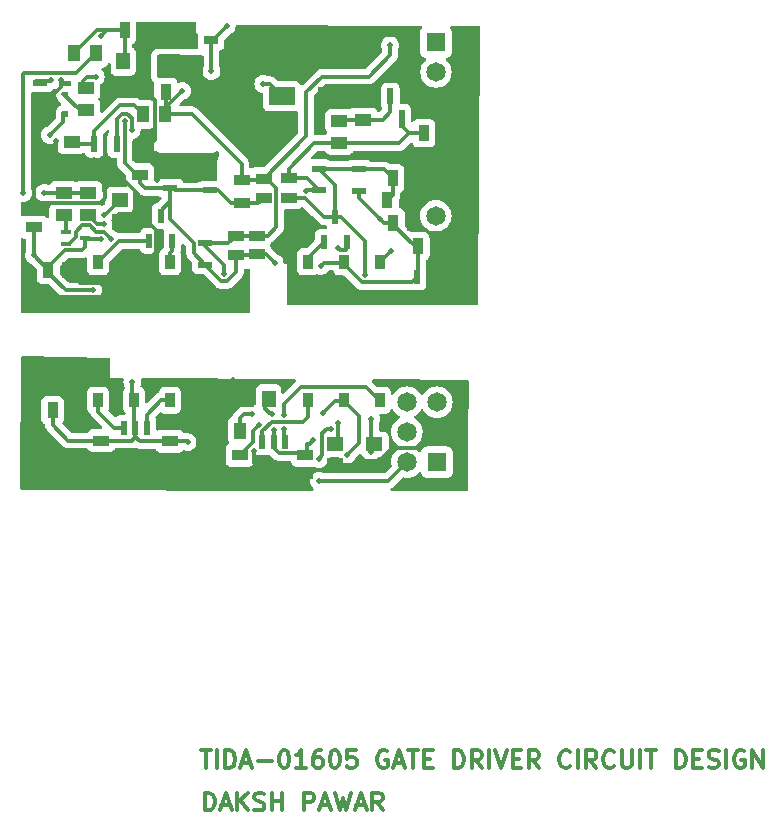
<source format=gtl>
%TF.GenerationSoftware,KiCad,Pcbnew,8.0.2*%
%TF.CreationDate,2024-06-14T21:27:28+05:30*%
%TF.ProjectId,gate driver circuit design,67617465-2064-4726-9976-657220636972,rev?*%
%TF.SameCoordinates,Original*%
%TF.FileFunction,Copper,L1,Top*%
%TF.FilePolarity,Positive*%
%FSLAX46Y46*%
G04 Gerber Fmt 4.6, Leading zero omitted, Abs format (unit mm)*
G04 Created by KiCad (PCBNEW 8.0.2) date 2024-06-14 21:27:28*
%MOMM*%
%LPD*%
G01*
G04 APERTURE LIST*
%ADD10C,0.300000*%
%TA.AperFunction,NonConductor*%
%ADD11C,0.300000*%
%TD*%
%TA.AperFunction,SMDPad,CuDef*%
%ADD12R,0.600000X1.250000*%
%TD*%
%TA.AperFunction,SMDPad,CuDef*%
%ADD13R,1.250000X0.750000*%
%TD*%
%TA.AperFunction,SMDPad,CuDef*%
%ADD14R,1.250000X0.600000*%
%TD*%
%TA.AperFunction,SMDPad,CuDef*%
%ADD15R,1.390000X0.960000*%
%TD*%
%TA.AperFunction,SMDPad,CuDef*%
%ADD16R,1.450000X1.150000*%
%TD*%
%TA.AperFunction,SMDPad,CuDef*%
%ADD17R,0.960000X1.390000*%
%TD*%
%TA.AperFunction,SMDPad,CuDef*%
%ADD18R,1.450000X1.000000*%
%TD*%
%TA.AperFunction,ComponentPad*%
%ADD19R,1.650000X1.650000*%
%TD*%
%TA.AperFunction,ComponentPad*%
%ADD20C,1.650000*%
%TD*%
%TA.AperFunction,SMDPad,CuDef*%
%ADD21R,0.812800X1.295400*%
%TD*%
%TA.AperFunction,SMDPad,CuDef*%
%ADD22R,0.600000X1.200000*%
%TD*%
%TA.AperFunction,SMDPad,CuDef*%
%ADD23R,0.420000X0.540000*%
%TD*%
%TA.AperFunction,SMDPad,CuDef*%
%ADD24R,1.397000X1.016000*%
%TD*%
%TA.AperFunction,SMDPad,CuDef*%
%ADD25R,0.920000X1.420000*%
%TD*%
%TA.AperFunction,SMDPad,CuDef*%
%ADD26R,0.508000X1.219200*%
%TD*%
%TA.AperFunction,SMDPad,CuDef*%
%ADD27R,1.420000X0.920000*%
%TD*%
%TA.AperFunction,SMDPad,CuDef*%
%ADD28R,0.900000X0.400000*%
%TD*%
%TA.AperFunction,SMDPad,CuDef*%
%ADD29R,1.150000X1.450000*%
%TD*%
%TA.AperFunction,SMDPad,CuDef*%
%ADD30R,1.000000X1.450000*%
%TD*%
%TA.AperFunction,SMDPad,CuDef*%
%ADD31R,0.558800X1.320800*%
%TD*%
%TA.AperFunction,SMDPad,CuDef*%
%ADD32R,0.558800X1.587500*%
%TD*%
%TA.AperFunction,SMDPad,CuDef*%
%ADD33R,2.200000X1.550000*%
%TD*%
%TA.AperFunction,ViaPad*%
%ADD34C,0.500000*%
%TD*%
%TA.AperFunction,Conductor*%
%ADD35C,0.300000*%
%TD*%
%ADD36C,0.300000*%
%ADD37C,0.350000*%
G04 APERTURE END LIST*
D10*
D11*
X93107510Y-112870828D02*
X93107510Y-111370828D01*
X93107510Y-111370828D02*
X93464653Y-111370828D01*
X93464653Y-111370828D02*
X93678939Y-111442257D01*
X93678939Y-111442257D02*
X93821796Y-111585114D01*
X93821796Y-111585114D02*
X93893225Y-111727971D01*
X93893225Y-111727971D02*
X93964653Y-112013685D01*
X93964653Y-112013685D02*
X93964653Y-112227971D01*
X93964653Y-112227971D02*
X93893225Y-112513685D01*
X93893225Y-112513685D02*
X93821796Y-112656542D01*
X93821796Y-112656542D02*
X93678939Y-112799400D01*
X93678939Y-112799400D02*
X93464653Y-112870828D01*
X93464653Y-112870828D02*
X93107510Y-112870828D01*
X94536082Y-112442257D02*
X95250368Y-112442257D01*
X94393225Y-112870828D02*
X94893225Y-111370828D01*
X94893225Y-111370828D02*
X95393225Y-112870828D01*
X95893224Y-112870828D02*
X95893224Y-111370828D01*
X96750367Y-112870828D02*
X96107510Y-112013685D01*
X96750367Y-111370828D02*
X95893224Y-112227971D01*
X97321796Y-112799400D02*
X97536082Y-112870828D01*
X97536082Y-112870828D02*
X97893224Y-112870828D01*
X97893224Y-112870828D02*
X98036082Y-112799400D01*
X98036082Y-112799400D02*
X98107510Y-112727971D01*
X98107510Y-112727971D02*
X98178939Y-112585114D01*
X98178939Y-112585114D02*
X98178939Y-112442257D01*
X98178939Y-112442257D02*
X98107510Y-112299400D01*
X98107510Y-112299400D02*
X98036082Y-112227971D01*
X98036082Y-112227971D02*
X97893224Y-112156542D01*
X97893224Y-112156542D02*
X97607510Y-112085114D01*
X97607510Y-112085114D02*
X97464653Y-112013685D01*
X97464653Y-112013685D02*
X97393224Y-111942257D01*
X97393224Y-111942257D02*
X97321796Y-111799400D01*
X97321796Y-111799400D02*
X97321796Y-111656542D01*
X97321796Y-111656542D02*
X97393224Y-111513685D01*
X97393224Y-111513685D02*
X97464653Y-111442257D01*
X97464653Y-111442257D02*
X97607510Y-111370828D01*
X97607510Y-111370828D02*
X97964653Y-111370828D01*
X97964653Y-111370828D02*
X98178939Y-111442257D01*
X98821795Y-112870828D02*
X98821795Y-111370828D01*
X98821795Y-112085114D02*
X99678938Y-112085114D01*
X99678938Y-112870828D02*
X99678938Y-111370828D01*
X101536081Y-112870828D02*
X101536081Y-111370828D01*
X101536081Y-111370828D02*
X102107510Y-111370828D01*
X102107510Y-111370828D02*
X102250367Y-111442257D01*
X102250367Y-111442257D02*
X102321796Y-111513685D01*
X102321796Y-111513685D02*
X102393224Y-111656542D01*
X102393224Y-111656542D02*
X102393224Y-111870828D01*
X102393224Y-111870828D02*
X102321796Y-112013685D01*
X102321796Y-112013685D02*
X102250367Y-112085114D01*
X102250367Y-112085114D02*
X102107510Y-112156542D01*
X102107510Y-112156542D02*
X101536081Y-112156542D01*
X102964653Y-112442257D02*
X103678939Y-112442257D01*
X102821796Y-112870828D02*
X103321796Y-111370828D01*
X103321796Y-111370828D02*
X103821796Y-112870828D01*
X104178938Y-111370828D02*
X104536081Y-112870828D01*
X104536081Y-112870828D02*
X104821795Y-111799400D01*
X104821795Y-111799400D02*
X105107510Y-112870828D01*
X105107510Y-112870828D02*
X105464653Y-111370828D01*
X105964653Y-112442257D02*
X106678939Y-112442257D01*
X105821796Y-112870828D02*
X106321796Y-111370828D01*
X106321796Y-111370828D02*
X106821796Y-112870828D01*
X108178938Y-112870828D02*
X107678938Y-112156542D01*
X107321795Y-112870828D02*
X107321795Y-111370828D01*
X107321795Y-111370828D02*
X107893224Y-111370828D01*
X107893224Y-111370828D02*
X108036081Y-111442257D01*
X108036081Y-111442257D02*
X108107510Y-111513685D01*
X108107510Y-111513685D02*
X108178938Y-111656542D01*
X108178938Y-111656542D02*
X108178938Y-111870828D01*
X108178938Y-111870828D02*
X108107510Y-112013685D01*
X108107510Y-112013685D02*
X108036081Y-112085114D01*
X108036081Y-112085114D02*
X107893224Y-112156542D01*
X107893224Y-112156542D02*
X107321795Y-112156542D01*
D10*
D11*
X92781225Y-107783828D02*
X93638368Y-107783828D01*
X93209796Y-109283828D02*
X93209796Y-107783828D01*
X94138367Y-109283828D02*
X94138367Y-107783828D01*
X94852653Y-109283828D02*
X94852653Y-107783828D01*
X94852653Y-107783828D02*
X95209796Y-107783828D01*
X95209796Y-107783828D02*
X95424082Y-107855257D01*
X95424082Y-107855257D02*
X95566939Y-107998114D01*
X95566939Y-107998114D02*
X95638368Y-108140971D01*
X95638368Y-108140971D02*
X95709796Y-108426685D01*
X95709796Y-108426685D02*
X95709796Y-108640971D01*
X95709796Y-108640971D02*
X95638368Y-108926685D01*
X95638368Y-108926685D02*
X95566939Y-109069542D01*
X95566939Y-109069542D02*
X95424082Y-109212400D01*
X95424082Y-109212400D02*
X95209796Y-109283828D01*
X95209796Y-109283828D02*
X94852653Y-109283828D01*
X96281225Y-108855257D02*
X96995511Y-108855257D01*
X96138368Y-109283828D02*
X96638368Y-107783828D01*
X96638368Y-107783828D02*
X97138368Y-109283828D01*
X97638367Y-108712400D02*
X98781225Y-108712400D01*
X99781225Y-107783828D02*
X99924082Y-107783828D01*
X99924082Y-107783828D02*
X100066939Y-107855257D01*
X100066939Y-107855257D02*
X100138368Y-107926685D01*
X100138368Y-107926685D02*
X100209796Y-108069542D01*
X100209796Y-108069542D02*
X100281225Y-108355257D01*
X100281225Y-108355257D02*
X100281225Y-108712400D01*
X100281225Y-108712400D02*
X100209796Y-108998114D01*
X100209796Y-108998114D02*
X100138368Y-109140971D01*
X100138368Y-109140971D02*
X100066939Y-109212400D01*
X100066939Y-109212400D02*
X99924082Y-109283828D01*
X99924082Y-109283828D02*
X99781225Y-109283828D01*
X99781225Y-109283828D02*
X99638368Y-109212400D01*
X99638368Y-109212400D02*
X99566939Y-109140971D01*
X99566939Y-109140971D02*
X99495510Y-108998114D01*
X99495510Y-108998114D02*
X99424082Y-108712400D01*
X99424082Y-108712400D02*
X99424082Y-108355257D01*
X99424082Y-108355257D02*
X99495510Y-108069542D01*
X99495510Y-108069542D02*
X99566939Y-107926685D01*
X99566939Y-107926685D02*
X99638368Y-107855257D01*
X99638368Y-107855257D02*
X99781225Y-107783828D01*
X101709796Y-109283828D02*
X100852653Y-109283828D01*
X101281224Y-109283828D02*
X101281224Y-107783828D01*
X101281224Y-107783828D02*
X101138367Y-107998114D01*
X101138367Y-107998114D02*
X100995510Y-108140971D01*
X100995510Y-108140971D02*
X100852653Y-108212400D01*
X102995510Y-107783828D02*
X102709795Y-107783828D01*
X102709795Y-107783828D02*
X102566938Y-107855257D01*
X102566938Y-107855257D02*
X102495510Y-107926685D01*
X102495510Y-107926685D02*
X102352652Y-108140971D01*
X102352652Y-108140971D02*
X102281224Y-108426685D01*
X102281224Y-108426685D02*
X102281224Y-108998114D01*
X102281224Y-108998114D02*
X102352652Y-109140971D01*
X102352652Y-109140971D02*
X102424081Y-109212400D01*
X102424081Y-109212400D02*
X102566938Y-109283828D01*
X102566938Y-109283828D02*
X102852652Y-109283828D01*
X102852652Y-109283828D02*
X102995510Y-109212400D01*
X102995510Y-109212400D02*
X103066938Y-109140971D01*
X103066938Y-109140971D02*
X103138367Y-108998114D01*
X103138367Y-108998114D02*
X103138367Y-108640971D01*
X103138367Y-108640971D02*
X103066938Y-108498114D01*
X103066938Y-108498114D02*
X102995510Y-108426685D01*
X102995510Y-108426685D02*
X102852652Y-108355257D01*
X102852652Y-108355257D02*
X102566938Y-108355257D01*
X102566938Y-108355257D02*
X102424081Y-108426685D01*
X102424081Y-108426685D02*
X102352652Y-108498114D01*
X102352652Y-108498114D02*
X102281224Y-108640971D01*
X104066938Y-107783828D02*
X104209795Y-107783828D01*
X104209795Y-107783828D02*
X104352652Y-107855257D01*
X104352652Y-107855257D02*
X104424081Y-107926685D01*
X104424081Y-107926685D02*
X104495509Y-108069542D01*
X104495509Y-108069542D02*
X104566938Y-108355257D01*
X104566938Y-108355257D02*
X104566938Y-108712400D01*
X104566938Y-108712400D02*
X104495509Y-108998114D01*
X104495509Y-108998114D02*
X104424081Y-109140971D01*
X104424081Y-109140971D02*
X104352652Y-109212400D01*
X104352652Y-109212400D02*
X104209795Y-109283828D01*
X104209795Y-109283828D02*
X104066938Y-109283828D01*
X104066938Y-109283828D02*
X103924081Y-109212400D01*
X103924081Y-109212400D02*
X103852652Y-109140971D01*
X103852652Y-109140971D02*
X103781223Y-108998114D01*
X103781223Y-108998114D02*
X103709795Y-108712400D01*
X103709795Y-108712400D02*
X103709795Y-108355257D01*
X103709795Y-108355257D02*
X103781223Y-108069542D01*
X103781223Y-108069542D02*
X103852652Y-107926685D01*
X103852652Y-107926685D02*
X103924081Y-107855257D01*
X103924081Y-107855257D02*
X104066938Y-107783828D01*
X105924080Y-107783828D02*
X105209794Y-107783828D01*
X105209794Y-107783828D02*
X105138366Y-108498114D01*
X105138366Y-108498114D02*
X105209794Y-108426685D01*
X105209794Y-108426685D02*
X105352652Y-108355257D01*
X105352652Y-108355257D02*
X105709794Y-108355257D01*
X105709794Y-108355257D02*
X105852652Y-108426685D01*
X105852652Y-108426685D02*
X105924080Y-108498114D01*
X105924080Y-108498114D02*
X105995509Y-108640971D01*
X105995509Y-108640971D02*
X105995509Y-108998114D01*
X105995509Y-108998114D02*
X105924080Y-109140971D01*
X105924080Y-109140971D02*
X105852652Y-109212400D01*
X105852652Y-109212400D02*
X105709794Y-109283828D01*
X105709794Y-109283828D02*
X105352652Y-109283828D01*
X105352652Y-109283828D02*
X105209794Y-109212400D01*
X105209794Y-109212400D02*
X105138366Y-109140971D01*
X108566937Y-107855257D02*
X108424080Y-107783828D01*
X108424080Y-107783828D02*
X108209794Y-107783828D01*
X108209794Y-107783828D02*
X107995508Y-107855257D01*
X107995508Y-107855257D02*
X107852651Y-107998114D01*
X107852651Y-107998114D02*
X107781222Y-108140971D01*
X107781222Y-108140971D02*
X107709794Y-108426685D01*
X107709794Y-108426685D02*
X107709794Y-108640971D01*
X107709794Y-108640971D02*
X107781222Y-108926685D01*
X107781222Y-108926685D02*
X107852651Y-109069542D01*
X107852651Y-109069542D02*
X107995508Y-109212400D01*
X107995508Y-109212400D02*
X108209794Y-109283828D01*
X108209794Y-109283828D02*
X108352651Y-109283828D01*
X108352651Y-109283828D02*
X108566937Y-109212400D01*
X108566937Y-109212400D02*
X108638365Y-109140971D01*
X108638365Y-109140971D02*
X108638365Y-108640971D01*
X108638365Y-108640971D02*
X108352651Y-108640971D01*
X109209794Y-108855257D02*
X109924080Y-108855257D01*
X109066937Y-109283828D02*
X109566937Y-107783828D01*
X109566937Y-107783828D02*
X110066937Y-109283828D01*
X110352651Y-107783828D02*
X111209794Y-107783828D01*
X110781222Y-109283828D02*
X110781222Y-107783828D01*
X111709793Y-108498114D02*
X112209793Y-108498114D01*
X112424079Y-109283828D02*
X111709793Y-109283828D01*
X111709793Y-109283828D02*
X111709793Y-107783828D01*
X111709793Y-107783828D02*
X112424079Y-107783828D01*
X114209793Y-109283828D02*
X114209793Y-107783828D01*
X114209793Y-107783828D02*
X114566936Y-107783828D01*
X114566936Y-107783828D02*
X114781222Y-107855257D01*
X114781222Y-107855257D02*
X114924079Y-107998114D01*
X114924079Y-107998114D02*
X114995508Y-108140971D01*
X114995508Y-108140971D02*
X115066936Y-108426685D01*
X115066936Y-108426685D02*
X115066936Y-108640971D01*
X115066936Y-108640971D02*
X114995508Y-108926685D01*
X114995508Y-108926685D02*
X114924079Y-109069542D01*
X114924079Y-109069542D02*
X114781222Y-109212400D01*
X114781222Y-109212400D02*
X114566936Y-109283828D01*
X114566936Y-109283828D02*
X114209793Y-109283828D01*
X116566936Y-109283828D02*
X116066936Y-108569542D01*
X115709793Y-109283828D02*
X115709793Y-107783828D01*
X115709793Y-107783828D02*
X116281222Y-107783828D01*
X116281222Y-107783828D02*
X116424079Y-107855257D01*
X116424079Y-107855257D02*
X116495508Y-107926685D01*
X116495508Y-107926685D02*
X116566936Y-108069542D01*
X116566936Y-108069542D02*
X116566936Y-108283828D01*
X116566936Y-108283828D02*
X116495508Y-108426685D01*
X116495508Y-108426685D02*
X116424079Y-108498114D01*
X116424079Y-108498114D02*
X116281222Y-108569542D01*
X116281222Y-108569542D02*
X115709793Y-108569542D01*
X117209793Y-109283828D02*
X117209793Y-107783828D01*
X117709794Y-107783828D02*
X118209794Y-109283828D01*
X118209794Y-109283828D02*
X118709794Y-107783828D01*
X119209793Y-108498114D02*
X119709793Y-108498114D01*
X119924079Y-109283828D02*
X119209793Y-109283828D01*
X119209793Y-109283828D02*
X119209793Y-107783828D01*
X119209793Y-107783828D02*
X119924079Y-107783828D01*
X121424079Y-109283828D02*
X120924079Y-108569542D01*
X120566936Y-109283828D02*
X120566936Y-107783828D01*
X120566936Y-107783828D02*
X121138365Y-107783828D01*
X121138365Y-107783828D02*
X121281222Y-107855257D01*
X121281222Y-107855257D02*
X121352651Y-107926685D01*
X121352651Y-107926685D02*
X121424079Y-108069542D01*
X121424079Y-108069542D02*
X121424079Y-108283828D01*
X121424079Y-108283828D02*
X121352651Y-108426685D01*
X121352651Y-108426685D02*
X121281222Y-108498114D01*
X121281222Y-108498114D02*
X121138365Y-108569542D01*
X121138365Y-108569542D02*
X120566936Y-108569542D01*
X124066936Y-109140971D02*
X123995508Y-109212400D01*
X123995508Y-109212400D02*
X123781222Y-109283828D01*
X123781222Y-109283828D02*
X123638365Y-109283828D01*
X123638365Y-109283828D02*
X123424079Y-109212400D01*
X123424079Y-109212400D02*
X123281222Y-109069542D01*
X123281222Y-109069542D02*
X123209793Y-108926685D01*
X123209793Y-108926685D02*
X123138365Y-108640971D01*
X123138365Y-108640971D02*
X123138365Y-108426685D01*
X123138365Y-108426685D02*
X123209793Y-108140971D01*
X123209793Y-108140971D02*
X123281222Y-107998114D01*
X123281222Y-107998114D02*
X123424079Y-107855257D01*
X123424079Y-107855257D02*
X123638365Y-107783828D01*
X123638365Y-107783828D02*
X123781222Y-107783828D01*
X123781222Y-107783828D02*
X123995508Y-107855257D01*
X123995508Y-107855257D02*
X124066936Y-107926685D01*
X124709793Y-109283828D02*
X124709793Y-107783828D01*
X126281222Y-109283828D02*
X125781222Y-108569542D01*
X125424079Y-109283828D02*
X125424079Y-107783828D01*
X125424079Y-107783828D02*
X125995508Y-107783828D01*
X125995508Y-107783828D02*
X126138365Y-107855257D01*
X126138365Y-107855257D02*
X126209794Y-107926685D01*
X126209794Y-107926685D02*
X126281222Y-108069542D01*
X126281222Y-108069542D02*
X126281222Y-108283828D01*
X126281222Y-108283828D02*
X126209794Y-108426685D01*
X126209794Y-108426685D02*
X126138365Y-108498114D01*
X126138365Y-108498114D02*
X125995508Y-108569542D01*
X125995508Y-108569542D02*
X125424079Y-108569542D01*
X127781222Y-109140971D02*
X127709794Y-109212400D01*
X127709794Y-109212400D02*
X127495508Y-109283828D01*
X127495508Y-109283828D02*
X127352651Y-109283828D01*
X127352651Y-109283828D02*
X127138365Y-109212400D01*
X127138365Y-109212400D02*
X126995508Y-109069542D01*
X126995508Y-109069542D02*
X126924079Y-108926685D01*
X126924079Y-108926685D02*
X126852651Y-108640971D01*
X126852651Y-108640971D02*
X126852651Y-108426685D01*
X126852651Y-108426685D02*
X126924079Y-108140971D01*
X126924079Y-108140971D02*
X126995508Y-107998114D01*
X126995508Y-107998114D02*
X127138365Y-107855257D01*
X127138365Y-107855257D02*
X127352651Y-107783828D01*
X127352651Y-107783828D02*
X127495508Y-107783828D01*
X127495508Y-107783828D02*
X127709794Y-107855257D01*
X127709794Y-107855257D02*
X127781222Y-107926685D01*
X128424079Y-107783828D02*
X128424079Y-108998114D01*
X128424079Y-108998114D02*
X128495508Y-109140971D01*
X128495508Y-109140971D02*
X128566937Y-109212400D01*
X128566937Y-109212400D02*
X128709794Y-109283828D01*
X128709794Y-109283828D02*
X128995508Y-109283828D01*
X128995508Y-109283828D02*
X129138365Y-109212400D01*
X129138365Y-109212400D02*
X129209794Y-109140971D01*
X129209794Y-109140971D02*
X129281222Y-108998114D01*
X129281222Y-108998114D02*
X129281222Y-107783828D01*
X129995508Y-109283828D02*
X129995508Y-107783828D01*
X130495509Y-107783828D02*
X131352652Y-107783828D01*
X130924080Y-109283828D02*
X130924080Y-107783828D01*
X132995508Y-109283828D02*
X132995508Y-107783828D01*
X132995508Y-107783828D02*
X133352651Y-107783828D01*
X133352651Y-107783828D02*
X133566937Y-107855257D01*
X133566937Y-107855257D02*
X133709794Y-107998114D01*
X133709794Y-107998114D02*
X133781223Y-108140971D01*
X133781223Y-108140971D02*
X133852651Y-108426685D01*
X133852651Y-108426685D02*
X133852651Y-108640971D01*
X133852651Y-108640971D02*
X133781223Y-108926685D01*
X133781223Y-108926685D02*
X133709794Y-109069542D01*
X133709794Y-109069542D02*
X133566937Y-109212400D01*
X133566937Y-109212400D02*
X133352651Y-109283828D01*
X133352651Y-109283828D02*
X132995508Y-109283828D01*
X134495508Y-108498114D02*
X134995508Y-108498114D01*
X135209794Y-109283828D02*
X134495508Y-109283828D01*
X134495508Y-109283828D02*
X134495508Y-107783828D01*
X134495508Y-107783828D02*
X135209794Y-107783828D01*
X135781223Y-109212400D02*
X135995509Y-109283828D01*
X135995509Y-109283828D02*
X136352651Y-109283828D01*
X136352651Y-109283828D02*
X136495509Y-109212400D01*
X136495509Y-109212400D02*
X136566937Y-109140971D01*
X136566937Y-109140971D02*
X136638366Y-108998114D01*
X136638366Y-108998114D02*
X136638366Y-108855257D01*
X136638366Y-108855257D02*
X136566937Y-108712400D01*
X136566937Y-108712400D02*
X136495509Y-108640971D01*
X136495509Y-108640971D02*
X136352651Y-108569542D01*
X136352651Y-108569542D02*
X136066937Y-108498114D01*
X136066937Y-108498114D02*
X135924080Y-108426685D01*
X135924080Y-108426685D02*
X135852651Y-108355257D01*
X135852651Y-108355257D02*
X135781223Y-108212400D01*
X135781223Y-108212400D02*
X135781223Y-108069542D01*
X135781223Y-108069542D02*
X135852651Y-107926685D01*
X135852651Y-107926685D02*
X135924080Y-107855257D01*
X135924080Y-107855257D02*
X136066937Y-107783828D01*
X136066937Y-107783828D02*
X136424080Y-107783828D01*
X136424080Y-107783828D02*
X136638366Y-107855257D01*
X137281222Y-109283828D02*
X137281222Y-107783828D01*
X138781223Y-107855257D02*
X138638366Y-107783828D01*
X138638366Y-107783828D02*
X138424080Y-107783828D01*
X138424080Y-107783828D02*
X138209794Y-107855257D01*
X138209794Y-107855257D02*
X138066937Y-107998114D01*
X138066937Y-107998114D02*
X137995508Y-108140971D01*
X137995508Y-108140971D02*
X137924080Y-108426685D01*
X137924080Y-108426685D02*
X137924080Y-108640971D01*
X137924080Y-108640971D02*
X137995508Y-108926685D01*
X137995508Y-108926685D02*
X138066937Y-109069542D01*
X138066937Y-109069542D02*
X138209794Y-109212400D01*
X138209794Y-109212400D02*
X138424080Y-109283828D01*
X138424080Y-109283828D02*
X138566937Y-109283828D01*
X138566937Y-109283828D02*
X138781223Y-109212400D01*
X138781223Y-109212400D02*
X138852651Y-109140971D01*
X138852651Y-109140971D02*
X138852651Y-108640971D01*
X138852651Y-108640971D02*
X138566937Y-108640971D01*
X139495508Y-109283828D02*
X139495508Y-107783828D01*
X139495508Y-107783828D02*
X140352651Y-109283828D01*
X140352651Y-109283828D02*
X140352651Y-107783828D01*
D12*
%TO.P,C16,1,1*%
%TO.N,-4Va*%
X111087000Y-67717000D03*
%TO.P,C16,2,2*%
%TO.N,Coma*%
X112887000Y-67717000D03*
%TD*%
D13*
%TO.P,D9,1,K*%
%TO.N,Net-(D8-A)*%
X93651736Y-47668000D03*
%TO.P,D9,2,A*%
%TO.N,-4Vb*%
X90351736Y-47668000D03*
%TD*%
D14*
%TO.P,C7,1,1*%
%TO.N,-4Vb*%
X79142736Y-53075000D03*
%TO.P,C7,2,2*%
%TO.N,Vcc5V*%
X79142736Y-51275000D03*
%TD*%
%TO.P,C13,1,1*%
%TO.N,-4Vb*%
X90194000Y-58370000D03*
%TO.P,C13,2,2*%
%TO.N,+15Vb*%
X90194000Y-60170000D03*
%TD*%
D15*
%TO.P,C11,1,1*%
%TO.N,GND*%
X84355000Y-83176000D03*
%TO.P,C11,2,2*%
%TO.N,5Vin*%
X84355000Y-81556000D03*
%TD*%
D16*
%TO.P,C42,1,1*%
%TO.N,GND*%
X107483000Y-83671000D03*
%TO.P,C42,2,2*%
%TO.N,Net-(U6-INA)*%
X107483000Y-81871000D03*
%TD*%
D17*
%TO.P,C21,1,1*%
%TO.N,-4Va*%
X109099000Y-63094000D03*
%TO.P,C21,2,2*%
%TO.N,Coma*%
X110679000Y-63094000D03*
%TD*%
D18*
%TO.P,R22,1,1*%
%TO.N,Net-(D7-A)*%
X83236000Y-60587000D03*
%TO.P,R22,2,2*%
%TO.N,Net-(U8-+IN_B)*%
X83236000Y-62487000D03*
%TD*%
D19*
%TO.P,J103,1,1*%
%TO.N,Coma*%
X112691000Y-59982000D03*
D20*
%TO.P,J103,2,2*%
%TO.N,G1*%
X112691000Y-62522000D03*
%TD*%
D18*
%TO.P,R17,1,1*%
%TO.N,Net-(D7-K)*%
X83045736Y-53587000D03*
%TO.P,R17,2,2*%
%TO.N,Net-(Q3-C)*%
X83045736Y-51687000D03*
%TD*%
D16*
%TO.P,C41,1,1*%
%TO.N,GND*%
X104164000Y-83659000D03*
%TO.P,C41,2,2*%
%TO.N,Net-(U6-INB)*%
X104164000Y-81859000D03*
%TD*%
D21*
%TO.P,T1,1,1*%
%TO.N,Net-(U1-D2)*%
X101862001Y-78130700D03*
%TO.P,T1,2,2*%
%TO.N,5Vin*%
X104912000Y-78130700D03*
%TO.P,T1,3,3*%
%TO.N,Net-(U1-D1)*%
X107961999Y-78130700D03*
%TO.P,T1,4,4*%
%TO.N,Net-(D1-Pad2)*%
X107961999Y-66421300D03*
%TO.P,T1,5,5*%
%TO.N,-4Va*%
X104912000Y-66421300D03*
%TO.P,T1,6,6*%
%TO.N,Net-(D1-Pad1)*%
X101862001Y-66421300D03*
%TD*%
D15*
%TO.P,C2,1,1*%
%TO.N,5Vin*%
X96084000Y-82803000D03*
%TO.P,C2,2,2*%
%TO.N,GND*%
X96084000Y-84383000D03*
%TD*%
D14*
%TO.P,C5,1,1*%
%TO.N,-4Va*%
X106169000Y-60385000D03*
%TO.P,C5,2,2*%
%TO.N,+15Va*%
X106169000Y-58585000D03*
%TD*%
D22*
%TO.P,U1,1,D1*%
%TO.N,Net-(U1-D1)*%
X99895000Y-81668000D03*
%TO.P,U1,2,VCC*%
%TO.N,5Vin*%
X98945000Y-81668000D03*
%TO.P,U1,3,D2*%
%TO.N,Net-(U1-D2)*%
X97995000Y-81668000D03*
%TO.P,U1,4,GND_1*%
%TO.N,GND*%
X97995000Y-84168000D03*
%TO.P,U1,5,GND_2*%
X99895000Y-84168000D03*
%TD*%
D17*
%TO.P,C1,1,1*%
%TO.N,Coma*%
X110649000Y-59347000D03*
%TO.P,C1,2,2*%
%TO.N,+15Va*%
X109029000Y-59347000D03*
%TD*%
D23*
%TO.P,D7,1,K*%
%TO.N,Net-(D7-K)*%
X81417736Y-52306000D03*
%TO.P,D7,2,A*%
%TO.N,Net-(D7-A)*%
X81417736Y-53906000D03*
%TD*%
D19*
%TO.P,J101,1,1*%
%TO.N,RESET*%
X112783000Y-83379000D03*
D20*
%TO.P,J101,2,2*%
%TO.N,FLT*%
X110243000Y-83379000D03*
%TO.P,J101,3,3*%
%TO.N,GND*%
X112783000Y-80839000D03*
%TO.P,J101,4,4*%
%TO.N,Net-(J101-Pad4)*%
X110243000Y-80839000D03*
%TO.P,J101,5,5*%
%TO.N,Vg2*%
X112783000Y-78299000D03*
%TO.P,J101,6,6*%
%TO.N,Vg1*%
X110243000Y-78299000D03*
%TD*%
D24*
%TO.P,R6,1,R1*%
%TO.N,-4Vb*%
X81850000Y-58158800D03*
%TO.P,R6,2,R2*%
%TO.N,Net-(R6-R2)*%
X81850000Y-56279200D03*
%TD*%
D14*
%TO.P,C4,1,1*%
%TO.N,-4Va*%
X102797000Y-60360000D03*
%TO.P,C4,2,2*%
%TO.N,+15Va*%
X102797000Y-58560000D03*
%TD*%
D15*
%TO.P,C9,1,1*%
%TO.N,Comb*%
X98111000Y-59385000D03*
%TO.P,C9,2,2*%
%TO.N,+15Vb*%
X98111000Y-61005000D03*
%TD*%
D25*
%TO.P,R29,1,1*%
%TO.N,-4Vb*%
X88340736Y-46825000D03*
%TO.P,R29,2,2*%
%TO.N,Net-(Q3-B)*%
X86340736Y-46825000D03*
%TD*%
D22*
%TO.P,U4,1,D1*%
%TO.N,Net-(U4-D1)*%
X88201000Y-80480000D03*
%TO.P,U4,2,VCC*%
%TO.N,5Vin*%
X87251000Y-80480000D03*
%TO.P,U4,3,D2*%
%TO.N,Net-(U4-D2)*%
X86301000Y-80480000D03*
%TO.P,U4,4,GND_1*%
%TO.N,GND*%
X86301000Y-82980000D03*
%TO.P,U4,5,GND_2*%
X88201000Y-82980000D03*
%TD*%
D17*
%TO.P,C15,1,1*%
%TO.N,-4Vb*%
X88192000Y-52014000D03*
%TO.P,C15,2,2*%
%TO.N,Comb*%
X89812000Y-52014000D03*
%TD*%
%TO.P,C32,1,1*%
%TO.N,GND*%
X78617000Y-78980000D03*
%TO.P,C32,2,2*%
%TO.N,5Vin*%
X80237000Y-78980000D03*
%TD*%
D18*
%TO.P,R2,1,1*%
%TO.N,Net-(R3-R2)*%
X106501000Y-54382000D03*
%TO.P,R2,2,2*%
%TO.N,Coma*%
X106501000Y-52482000D03*
%TD*%
D14*
%TO.P,C28,1,1*%
%TO.N,Comb*%
X93187000Y-64869000D03*
%TO.P,C28,2,2*%
%TO.N,+15Vb*%
X93187000Y-66669000D03*
%TD*%
D26*
%TO.P,D2,1,1*%
%TO.N,Net-(D2-Pad1)*%
X88387999Y-64651300D03*
%TO.P,D2,2,2*%
%TO.N,Net-(D2-Pad2)*%
X90388001Y-64651300D03*
%TO.P,D2,3,3*%
%TO.N,+15Vb*%
X89388000Y-62568500D03*
%TD*%
%TO.P,D1,1,1*%
%TO.N,Net-(D1-Pad1)*%
X103183998Y-64747000D03*
%TO.P,D1,2,2*%
%TO.N,Net-(D1-Pad2)*%
X105184000Y-64747000D03*
%TO.P,D1,3,3*%
%TO.N,+15Va*%
X104183999Y-62664200D03*
%TD*%
D17*
%TO.P,C8,1,1*%
%TO.N,-4Va*%
X111667000Y-55537000D03*
%TO.P,C8,2,2*%
%TO.N,Coma*%
X113287000Y-55537000D03*
%TD*%
D15*
%TO.P,C29,1,1*%
%TO.N,Comb*%
X95769000Y-64212000D03*
%TO.P,C29,2,2*%
%TO.N,+15Vb*%
X95769000Y-65832000D03*
%TD*%
D24*
%TO.P,R3,1,R1*%
%TO.N,-4Va*%
X104505000Y-56372800D03*
%TO.P,R3,2,R2*%
%TO.N,Net-(R3-R2)*%
X104505000Y-54493200D03*
%TD*%
D27*
%TO.P,R4,1,1*%
%TO.N,Comb*%
X96244000Y-59456000D03*
%TO.P,R4,2,2*%
%TO.N,+15Vb*%
X96244000Y-61456000D03*
%TD*%
D15*
%TO.P,C10,1,1*%
%TO.N,5Vin*%
X90159000Y-81601000D03*
%TO.P,C10,2,2*%
%TO.N,GND*%
X90159000Y-83181000D03*
%TD*%
D19*
%TO.P,J102,1,1*%
%TO.N,Comb*%
X112705000Y-47812000D03*
D20*
%TO.P,J102,2,2*%
%TO.N,G2*%
X112705000Y-50352000D03*
%TD*%
D28*
%TO.P,Q2,1,B*%
%TO.N,Net-(Q2-B)*%
X81387000Y-63913000D03*
%TO.P,Q2,2,E*%
%TO.N,Net-(Q2-E)*%
X81387000Y-64913000D03*
%TO.P,Q2,3,C*%
%TO.N,Vcc5V*%
X82987000Y-64413000D03*
%TD*%
D14*
%TO.P,C12,1,1*%
%TO.N,-4Vb*%
X93553000Y-58569000D03*
%TO.P,C12,2,2*%
%TO.N,+15Vb*%
X93553000Y-60369000D03*
%TD*%
D17*
%TO.P,C17,1,1*%
%TO.N,-4Va*%
X111177000Y-65109000D03*
%TO.P,C17,2,2*%
%TO.N,Coma*%
X112797000Y-65109000D03*
%TD*%
D29*
%TO.P,C38,1,1*%
%TO.N,-4Vb*%
X88020000Y-49457000D03*
%TO.P,C38,2,2*%
%TO.N,Net-(Q3-B)*%
X86220000Y-49457000D03*
%TD*%
D16*
%TO.P,C36,1,1*%
%TO.N,-4Vb*%
X85915000Y-62957000D03*
%TO.P,C36,2,2*%
%TO.N,Net-(U8-+IN_B)*%
X85915000Y-61157000D03*
%TD*%
D15*
%TO.P,C31,1,1*%
%TO.N,Comb*%
X97534000Y-64207000D03*
%TO.P,C31,2,2*%
%TO.N,+15Vb*%
X97534000Y-65787000D03*
%TD*%
D18*
%TO.P,R16,1,1*%
%TO.N,Net-(D7-A)*%
X81174000Y-60587000D03*
%TO.P,R16,2,2*%
%TO.N,Net-(Q2-B)*%
X81174000Y-62487000D03*
%TD*%
D30*
%TO.P,R9,1,1*%
%TO.N,GND*%
X94220000Y-80718000D03*
%TO.P,R9,2,2*%
%TO.N,Net-(U6-DT)*%
X96120000Y-80718000D03*
%TD*%
D15*
%TO.P,C6,1,1*%
%TO.N,-4Va*%
X100232000Y-59366000D03*
%TO.P,C6,2,2*%
%TO.N,+15Va*%
X100232000Y-60986000D03*
%TD*%
D25*
%TO.P,R1,1,1*%
%TO.N,Coma*%
X110591000Y-61217000D03*
%TO.P,R1,2,2*%
%TO.N,+15Va*%
X108591000Y-61217000D03*
%TD*%
D31*
%TO.P,U5,1,CATHODE*%
%TO.N,Comb*%
X85668501Y-56437000D03*
%TO.P,U5,2,REF*%
%TO.N,Net-(R6-R2)*%
X83768499Y-56437000D03*
D32*
%TO.P,U5,3,ANODE*%
%TO.N,-4Vb*%
X84718500Y-58335650D03*
%TD*%
D29*
%TO.P,C43,1,1*%
%TO.N,GND*%
X96735000Y-78006000D03*
%TO.P,C43,2,2*%
%TO.N,Net-(U6-DT)*%
X98535000Y-78006000D03*
%TD*%
D33*
%TO.P,D6,1,K*%
%TO.N,Coma*%
X103773000Y-52403000D03*
%TO.P,D6,2,A*%
%TO.N,Net-(D5-A)*%
X99673000Y-52403000D03*
%TD*%
D21*
%TO.P,T2,1,1*%
%TO.N,Net-(U4-D2)*%
X84082001Y-78130700D03*
%TO.P,T2,2,2*%
%TO.N,5Vin*%
X87132000Y-78130700D03*
%TO.P,T2,3,3*%
%TO.N,Net-(U4-D1)*%
X90181999Y-78130700D03*
%TO.P,T2,4,4*%
%TO.N,Net-(D2-Pad2)*%
X90181999Y-66421300D03*
%TO.P,T2,5,5*%
%TO.N,-4Vb*%
X87132000Y-66421300D03*
%TO.P,T2,6,6*%
%TO.N,Net-(D2-Pad1)*%
X84082001Y-66421300D03*
%TD*%
D30*
%TO.P,R5,1,1*%
%TO.N,Net-(R6-R2)*%
X87868000Y-53921000D03*
%TO.P,R5,2,2*%
%TO.N,Comb*%
X89768000Y-53921000D03*
%TD*%
D15*
%TO.P,C37,1,1*%
%TO.N,-4Vb*%
X78645736Y-61877000D03*
%TO.P,C37,2,2*%
%TO.N,Vcc5V*%
X78645736Y-63497000D03*
%TD*%
D30*
%TO.P,R27,1,1*%
%TO.N,Net-(U7-OUTB)*%
X83921000Y-48774000D03*
%TO.P,R27,2,2*%
%TO.N,Net-(Q3-B)*%
X82021000Y-48774000D03*
%TD*%
D15*
%TO.P,C14,1,1*%
%TO.N,-4Vb*%
X87612000Y-57444000D03*
%TO.P,C14,2,2*%
%TO.N,+15Vb*%
X87612000Y-59064000D03*
%TD*%
D17*
%TO.P,C33,1,1*%
%TO.N,-4Vb*%
X81488000Y-67101000D03*
%TO.P,C33,2,2*%
%TO.N,Vcc5V*%
X79868000Y-67101000D03*
%TD*%
D31*
%TO.P,U3,1,CATHODE*%
%TO.N,Coma*%
X110739000Y-52422000D03*
%TO.P,U3,2,REF*%
%TO.N,Net-(R3-R2)*%
X108838998Y-52422000D03*
D32*
%TO.P,U3,3,ANODE*%
%TO.N,-4Va*%
X109788999Y-54320650D03*
%TD*%
D15*
%TO.P,C3,1,1*%
%TO.N,GND*%
X101631000Y-84402000D03*
%TO.P,C3,2,2*%
%TO.N,5Vin*%
X101631000Y-82782000D03*
%TD*%
D34*
%TO.N,+15Va*%
X106678000Y-67565000D03*
%TO.N,Coma*%
X110611000Y-57821000D03*
X114558000Y-68123000D03*
%TO.N,GND*%
X78674000Y-84663000D03*
X78640000Y-80880000D03*
X95526000Y-76456000D03*
X91577000Y-77166000D03*
X91577000Y-78754000D03*
X78594000Y-77608000D03*
X97284087Y-82451442D03*
X80238000Y-83121000D03*
X83004000Y-84678000D03*
%TO.N,5Vin*%
X103178000Y-79208000D03*
X98982765Y-80638765D03*
X102328000Y-81546000D03*
X97686735Y-80237735D03*
X105205001Y-82754382D03*
X86983000Y-76606000D03*
X91670000Y-81703000D03*
%TO.N,-4Va*%
X102958000Y-66773000D03*
X107962500Y-62778500D03*
X101691757Y-60395938D03*
%TO.N,-4Vb*%
X88469000Y-61338000D03*
X88099500Y-55919000D03*
X89064000Y-59531000D03*
X80526279Y-56165972D03*
X82332000Y-59077000D03*
X78685000Y-69440000D03*
X83707000Y-57816000D03*
X89768036Y-46480842D03*
X87825000Y-69052000D03*
X80969000Y-51050000D03*
%TO.N,Vcc5V*%
X84323000Y-64463000D03*
X80106735Y-51063735D03*
X83651000Y-68837000D03*
X78645736Y-65878736D03*
%TO.N,Comb*%
X94752000Y-67436000D03*
X86941000Y-55292598D03*
X108808000Y-48103000D03*
X91185000Y-51948000D03*
%TO.N,+15Vb*%
X86341000Y-54521000D03*
X99036000Y-66497000D03*
%TO.N,Net-(U6-INB)*%
X104432000Y-80054000D03*
%TO.N,Net-(U6-INA)*%
X107222000Y-82491000D03*
X107220000Y-79730000D03*
%TO.N,Net-(D5-A)*%
X98084000Y-51366000D03*
%TO.N,Net-(D7-A)*%
X80013000Y-55690000D03*
X79553000Y-60568000D03*
%TO.N,Net-(D8-A)*%
X94976063Y-46478107D03*
X93693000Y-50273000D03*
%TO.N,FLT*%
X102766597Y-84973512D03*
%TO.N,Net-(J101-Pad4)*%
X102776000Y-83108529D03*
X103817000Y-80537000D03*
%TO.N,Net-(Q2-E)*%
X85175000Y-64463000D03*
%TO.N,Net-(U1-D1)*%
X99827000Y-79364955D03*
X99827000Y-80564955D03*
%TO.N,Net-(U7-OUTB)*%
X77771814Y-60615022D03*
%TO.N,Net-(Q3-C)*%
X83882000Y-50756000D03*
%TO.N,Net-(D1-Pad2)*%
X104422000Y-65237000D03*
X108888000Y-65495000D03*
%TO.N,Net-(U6-DT)*%
X97157000Y-79320000D03*
X98796000Y-79345000D03*
%TO.N,Net-(Q3-B)*%
X84345000Y-47293000D03*
%TO.N,Net-(U8-+IN_B)*%
X84557000Y-63263000D03*
X84608666Y-62416666D03*
%TD*%
D35*
%TO.N,+15Va*%
X104664800Y-62664200D02*
X104183999Y-62664200D01*
X100232000Y-60986000D02*
X101583000Y-60986000D01*
X106169000Y-58585000D02*
X108267000Y-58585000D01*
X102797000Y-58560000D02*
X104183999Y-59946999D01*
X108267000Y-58585000D02*
X109029000Y-59347000D01*
X101583000Y-60986000D02*
X103261200Y-62664200D01*
X103261200Y-62664200D02*
X104183999Y-62664200D01*
X109029000Y-60779000D02*
X108591000Y-61217000D01*
X106678000Y-67565000D02*
X106678000Y-64677400D01*
X106144000Y-58560000D02*
X106169000Y-58585000D01*
X104183999Y-59946999D02*
X104183999Y-62664200D01*
X109029000Y-59347000D02*
X109029000Y-60779000D01*
X106678000Y-64677400D02*
X104664800Y-62664200D01*
X102797000Y-58560000D02*
X106144000Y-58560000D01*
%TO.N,Coma*%
X110649000Y-59347000D02*
X110649000Y-57859000D01*
X114558000Y-68123000D02*
X114152000Y-67717000D01*
X110649000Y-57859000D02*
X110611000Y-57821000D01*
X114152000Y-67717000D02*
X112887000Y-67717000D01*
%TO.N,GND*%
X91579000Y-79134000D02*
X91579000Y-78754000D01*
X78594000Y-77608000D02*
X78594000Y-78957000D01*
X107471000Y-83659000D02*
X107483000Y-83671000D01*
X96080000Y-78006000D02*
X96735000Y-78006000D01*
X95526000Y-76456000D02*
X95526000Y-77452000D01*
X111418000Y-82204000D02*
X112783000Y-80839000D01*
X93163000Y-80718000D02*
X91589000Y-79144000D01*
X97284087Y-82451442D02*
X97284087Y-83457087D01*
X104164000Y-83659000D02*
X107471000Y-83659000D01*
X97284087Y-83457087D02*
X97995000Y-84168000D01*
X95526000Y-77452000D02*
X96080000Y-78006000D01*
X96084000Y-84383000D02*
X96299000Y-84383000D01*
X94220000Y-80718000D02*
X93163000Y-80718000D01*
X91589000Y-79144000D02*
X91579000Y-79134000D01*
X107483000Y-83671000D02*
X108950000Y-82204000D01*
X108950000Y-82204000D02*
X111418000Y-82204000D01*
X78594000Y-78957000D02*
X78617000Y-78980000D01*
%TO.N,5Vin*%
X98989000Y-80645000D02*
X98989000Y-81624000D01*
X98949000Y-82155000D02*
X99412000Y-82618000D01*
X86983000Y-76606000D02*
X86983000Y-77981700D01*
X105205001Y-82754382D02*
X106167000Y-81792383D01*
X87251000Y-81240000D02*
X87251000Y-80480000D01*
X80237000Y-78980000D02*
X80237000Y-80211000D01*
X81582000Y-81556000D02*
X84355000Y-81556000D01*
X87612000Y-81601000D02*
X90159000Y-81601000D01*
X87132000Y-78130700D02*
X87132000Y-80361000D01*
X84355000Y-81556000D02*
X86935000Y-81556000D01*
X97209000Y-81678000D02*
X97209000Y-80715470D01*
X97209000Y-80715470D02*
X97686735Y-80237735D01*
X101771000Y-82642000D02*
X101631000Y-82782000D01*
X87132000Y-80361000D02*
X87251000Y-80480000D01*
X106167000Y-79450700D02*
X104912000Y-78195700D01*
X102064000Y-81810000D02*
X101771000Y-81810000D01*
X98982765Y-80638765D02*
X98989000Y-80645000D01*
X104190300Y-78195700D02*
X103178000Y-79208000D01*
X91568000Y-81601000D02*
X90159000Y-81601000D01*
X87251000Y-81240000D02*
X87612000Y-81601000D01*
X104912000Y-78195700D02*
X104190300Y-78195700D01*
X96084000Y-82803000D02*
X97209000Y-81678000D01*
X101771000Y-81810000D02*
X101771000Y-82642000D01*
X106167000Y-81792383D02*
X106167000Y-79450700D01*
X80237000Y-80211000D02*
X81582000Y-81556000D01*
X86983000Y-77981700D02*
X87132000Y-78130700D01*
X86935000Y-81556000D02*
X87251000Y-81240000D01*
X98989000Y-81624000D02*
X98945000Y-81668000D01*
X102328000Y-81546000D02*
X102064000Y-81810000D01*
X98949000Y-81674000D02*
X98949000Y-82155000D01*
X91670000Y-81703000D02*
X91568000Y-81601000D01*
X101467000Y-82618000D02*
X101631000Y-82782000D01*
X99412000Y-82618000D02*
X101467000Y-82618000D01*
%TO.N,-4Va*%
X100232000Y-58525000D02*
X100232000Y-59366000D01*
X109099000Y-63309000D02*
X110899000Y-65109000D01*
X104912000Y-66647529D02*
X104912000Y-66486300D01*
X110639000Y-68165000D02*
X106429471Y-68165000D01*
X110416000Y-55537000D02*
X111667000Y-55537000D01*
X106169000Y-60385000D02*
X106169000Y-60985000D01*
X104505000Y-56372800D02*
X109580200Y-56372800D01*
X106429471Y-68165000D02*
X104912000Y-66647529D01*
X104912000Y-66486300D02*
X103244700Y-66486300D01*
X102797000Y-60360000D02*
X101727695Y-60360000D01*
X100232000Y-59366000D02*
X101803000Y-59366000D01*
X109788999Y-54320650D02*
X109788999Y-54909999D01*
X108278000Y-63094000D02*
X109099000Y-63094000D01*
X109788999Y-54909999D02*
X110416000Y-55537000D01*
X110899000Y-65109000D02*
X111177000Y-65109000D01*
X106169000Y-60985000D02*
X107962500Y-62778500D01*
X101727695Y-60360000D02*
X101691757Y-60395938D01*
X107962500Y-62778500D02*
X108278000Y-63094000D01*
X111177000Y-65109000D02*
X111177000Y-67627000D01*
X111177000Y-67627000D02*
X111087000Y-67717000D01*
X109580200Y-56372800D02*
X110416000Y-55537000D01*
X103244700Y-66486300D02*
X102958000Y-66773000D01*
X104505000Y-56372800D02*
X102384200Y-56372800D01*
X109099000Y-63094000D02*
X109099000Y-63309000D01*
X111087000Y-67717000D02*
X110639000Y-68165000D01*
X102384200Y-56372800D02*
X100232000Y-58525000D01*
X101803000Y-59366000D02*
X102797000Y-60360000D01*
%TO.N,-4Vb*%
X88918000Y-52740000D02*
X88918000Y-56138000D01*
X86626700Y-66421300D02*
X84846000Y-68202000D01*
X79147529Y-61437000D02*
X84311000Y-61437000D01*
X88991999Y-65610900D02*
X88991999Y-63691700D01*
X80526279Y-56165972D02*
X80526279Y-57664279D01*
X89768036Y-46480842D02*
X88656158Y-46480842D01*
X81850000Y-58158800D02*
X81850000Y-58595000D01*
X87185500Y-62621500D02*
X87185500Y-60427500D01*
X87127000Y-66426300D02*
X87132000Y-66421300D01*
X82589000Y-68202000D02*
X81488000Y-67101000D01*
X88020000Y-49457000D02*
X88020000Y-51842000D01*
X84718500Y-61029500D02*
X84718500Y-58335650D01*
X78645736Y-61877000D02*
X78707529Y-61877000D01*
X88020000Y-51842000D02*
X88192000Y-52014000D01*
X87127000Y-68354000D02*
X87127000Y-66426300D01*
X81850000Y-58595000D02*
X82332000Y-59077000D01*
X88656158Y-46480842D02*
X88333000Y-46804000D01*
X90194000Y-58401000D02*
X89064000Y-59531000D01*
X88699000Y-55919000D02*
X88918000Y-56138000D01*
X86850000Y-62957000D02*
X87185500Y-62621500D01*
X86850000Y-62957000D02*
X88469000Y-61338000D01*
X84846000Y-68202000D02*
X82589000Y-68202000D01*
X80969000Y-51050000D02*
X80969000Y-51650000D01*
X88918000Y-56138000D02*
X87612000Y-57444000D01*
X81020800Y-58158800D02*
X81850000Y-58158800D01*
X87132000Y-67544000D02*
X87132000Y-66421300D01*
X80526279Y-57664279D02*
X81020800Y-58158800D01*
X87825000Y-69052000D02*
X87127000Y-68354000D01*
X79719000Y-52900000D02*
X78831000Y-52900000D01*
X78688000Y-69437000D02*
X78685000Y-69440000D01*
X88991999Y-63691700D02*
X88257299Y-62957000D01*
X90194000Y-58370000D02*
X90194000Y-58401000D01*
X78707529Y-61877000D02*
X79147529Y-61437000D01*
X88181599Y-66421300D02*
X88991999Y-65610900D01*
X83707000Y-57816000D02*
X84198850Y-57816000D01*
X84198850Y-57816000D02*
X84718500Y-58335650D01*
X87440000Y-69437000D02*
X78688000Y-69437000D01*
X87185500Y-60427500D02*
X85093650Y-58335650D01*
X80969000Y-51650000D02*
X79719000Y-52900000D01*
X85093650Y-58335650D02*
X84718500Y-58335650D01*
X88257299Y-62957000D02*
X85915000Y-62957000D01*
X88192000Y-52014000D02*
X88918000Y-52740000D01*
X87132000Y-66421300D02*
X86626700Y-66421300D01*
X88099500Y-55919000D02*
X88699000Y-55919000D01*
X85915000Y-62957000D02*
X86850000Y-62957000D01*
X84311000Y-61437000D02*
X84718500Y-61029500D01*
X87132000Y-66421300D02*
X88181599Y-66421300D01*
X87825000Y-69052000D02*
X87440000Y-69437000D01*
%TO.N,Vcc5V*%
X83037000Y-64463000D02*
X82987000Y-64413000D01*
X79868000Y-67356000D02*
X81349000Y-68837000D01*
X82987000Y-65166000D02*
X82987000Y-64413000D01*
X79868000Y-66846000D02*
X81251000Y-65463000D01*
X81251000Y-65463000D02*
X82690000Y-65463000D01*
X84323000Y-64463000D02*
X83037000Y-64463000D01*
X79868000Y-67101000D02*
X79868000Y-66846000D01*
X80070470Y-51100000D02*
X80106735Y-51063735D01*
X81349000Y-68837000D02*
X83651000Y-68837000D01*
X82690000Y-65463000D02*
X82987000Y-65166000D01*
X78831000Y-51100000D02*
X80070470Y-51100000D01*
X79868000Y-67101000D02*
X79868000Y-67356000D01*
X78645736Y-63497000D02*
X78645736Y-65878736D01*
X78645736Y-65878736D02*
X79868000Y-67101000D01*
%TO.N,Comb*%
X85668501Y-54344970D02*
X85668501Y-56437000D01*
X93187000Y-64869000D02*
X95112000Y-64869000D01*
X93187000Y-65125000D02*
X94752000Y-66690000D01*
X89768000Y-53921000D02*
X92005000Y-53921000D01*
X96244000Y-59456000D02*
X98040000Y-59456000D01*
X89812000Y-52014000D02*
X89812000Y-53877000D01*
X108808000Y-48944000D02*
X107014000Y-50738000D01*
X101710000Y-55786000D02*
X98111000Y-59385000D01*
X86578529Y-53910000D02*
X86103471Y-53910000D01*
X98455000Y-64207000D02*
X99156000Y-63506000D01*
X97534000Y-64207000D02*
X95774000Y-64207000D01*
X108808000Y-48103000D02*
X108808000Y-48944000D01*
X94752000Y-66690000D02*
X94752000Y-67436000D01*
X95774000Y-64207000D02*
X95769000Y-64212000D01*
X89812000Y-53877000D02*
X89768000Y-53921000D01*
X92005000Y-53921000D02*
X96244000Y-58160000D01*
X97534000Y-64207000D02*
X98455000Y-64207000D01*
X107014000Y-50738000D02*
X103018000Y-50738000D01*
X99156000Y-63506000D02*
X99156000Y-60175000D01*
X98366000Y-59385000D02*
X98111000Y-59385000D01*
X89768000Y-53365000D02*
X91185000Y-51948000D01*
X93187000Y-64869000D02*
X93187000Y-65125000D01*
X86103471Y-53910000D02*
X85668501Y-54344970D01*
X89768000Y-53921000D02*
X89768000Y-53365000D01*
X96244000Y-58160000D02*
X96244000Y-59456000D01*
X103018000Y-50738000D02*
X101710000Y-52046000D01*
X86941000Y-55292598D02*
X86941000Y-54272471D01*
X98040000Y-59456000D02*
X98111000Y-59385000D01*
X95112000Y-64869000D02*
X95769000Y-64212000D01*
X101710000Y-52046000D02*
X101710000Y-55786000D01*
X86941000Y-54272471D02*
X86578529Y-53910000D01*
X99156000Y-60175000D02*
X98366000Y-59385000D01*
%TO.N,+15Vb*%
X93187000Y-66719529D02*
X93187000Y-66669000D01*
X95769000Y-65832000D02*
X95769000Y-67267529D01*
X87612000Y-59728000D02*
X87612000Y-59064000D01*
X87612000Y-59064000D02*
X87357000Y-59064000D01*
X90373000Y-60170000D02*
X90572000Y-60369000D01*
X86341000Y-58048000D02*
X86341000Y-54521000D01*
X92212000Y-65694000D02*
X93187000Y-66669000D01*
X90194000Y-60170000D02*
X88054000Y-60170000D01*
X95000529Y-68036000D02*
X94503471Y-68036000D01*
X90194000Y-60170000D02*
X90373000Y-60170000D01*
X96244000Y-61456000D02*
X97660000Y-61456000D01*
X90572000Y-60369000D02*
X93553000Y-60369000D01*
X94230000Y-60369000D02*
X95317000Y-61456000D01*
X94503471Y-68036000D02*
X93187000Y-66719529D01*
X98326000Y-65787000D02*
X99036000Y-66497000D01*
X90194000Y-62819000D02*
X92212000Y-64837000D01*
X93553000Y-60369000D02*
X94230000Y-60369000D01*
X97489000Y-65832000D02*
X97534000Y-65787000D01*
X95317000Y-61456000D02*
X96244000Y-61456000D01*
X87357000Y-59064000D02*
X86341000Y-58048000D01*
X90194000Y-61305000D02*
X89388000Y-62111000D01*
X90194000Y-60170000D02*
X90194000Y-62819000D01*
X88054000Y-60170000D02*
X87612000Y-59728000D01*
X97534000Y-65787000D02*
X98326000Y-65787000D01*
X92212000Y-64837000D02*
X92212000Y-65694000D01*
X97660000Y-61456000D02*
X98111000Y-61005000D01*
X89388000Y-62111000D02*
X89388000Y-62568500D01*
X95769000Y-65832000D02*
X97489000Y-65832000D01*
X95769000Y-67267529D02*
X95000529Y-68036000D01*
%TO.N,Net-(U6-INB)*%
X104432000Y-81591000D02*
X104164000Y-81859000D01*
X104432000Y-80054000D02*
X104432000Y-81591000D01*
%TO.N,Net-(U6-INA)*%
X107220000Y-81608000D02*
X107483000Y-81871000D01*
X107220000Y-79730000D02*
X107220000Y-81608000D01*
X107222000Y-82491000D02*
X107222000Y-82132000D01*
X107222000Y-82132000D02*
X107483000Y-81871000D01*
%TO.N,Net-(D5-A)*%
X98084000Y-51366000D02*
X98636000Y-51366000D01*
X98636000Y-51366000D02*
X99673000Y-52403000D01*
%TO.N,Net-(D7-K)*%
X82435000Y-53487000D02*
X81154000Y-52206000D01*
X82802000Y-53487000D02*
X82435000Y-53487000D01*
%TO.N,Net-(D7-A)*%
X81155000Y-60568000D02*
X81174000Y-60587000D01*
X81174000Y-60587000D02*
X83236000Y-60587000D01*
X80013000Y-55690000D02*
X81154000Y-54549000D01*
X81154000Y-54549000D02*
X81154000Y-53806000D01*
X79553000Y-60568000D02*
X81155000Y-60568000D01*
%TO.N,Net-(D8-A)*%
X93694000Y-47496000D02*
X93958170Y-47496000D01*
X93694000Y-47496000D02*
X93694000Y-50272000D01*
X93694000Y-50272000D02*
X93693000Y-50273000D01*
X93958170Y-47496000D02*
X94976063Y-46478107D01*
%TO.N,FLT*%
X102766597Y-84973512D02*
X108648488Y-84973512D01*
X108648488Y-84973512D02*
X110243000Y-83379000D01*
%TO.N,Net-(J101-Pad4)*%
X103089000Y-82795529D02*
X103089000Y-80934000D01*
X102776000Y-83108529D02*
X103089000Y-82795529D01*
X103486000Y-80537000D02*
X103817000Y-80537000D01*
X103089000Y-80934000D02*
X103486000Y-80537000D01*
%TO.N,Net-(Q2-E)*%
X81599000Y-64913000D02*
X81387000Y-64913000D01*
X85175000Y-64463000D02*
X84575000Y-63863000D01*
X84575000Y-63863000D02*
X83904893Y-63863000D01*
X83904893Y-63863000D02*
X83378893Y-63337000D01*
X82187000Y-64325000D02*
X81599000Y-64913000D01*
X83378893Y-63337000D02*
X82713000Y-63337000D01*
X82713000Y-63337000D02*
X82187000Y-63863000D01*
X82187000Y-63863000D02*
X82187000Y-64325000D01*
%TO.N,Net-(U4-D2)*%
X85447000Y-80480000D02*
X86301000Y-80480000D01*
X84082001Y-78130700D02*
X84082001Y-79115001D01*
X84082001Y-79115001D02*
X85447000Y-80480000D01*
%TO.N,Net-(U4-D1)*%
X88201000Y-79352000D02*
X89422300Y-78130700D01*
X89422300Y-78130700D02*
X90181999Y-78130700D01*
X88201000Y-80480000D02*
X88201000Y-79352000D01*
%TO.N,Net-(U1-D2)*%
X97999000Y-81674000D02*
X97999000Y-80774000D01*
X101805000Y-79633255D02*
X101805000Y-79633000D01*
X97999000Y-80774000D02*
X98808045Y-79964955D01*
X98808045Y-79964955D02*
X101473300Y-79964955D01*
X101805000Y-79633000D02*
X101862001Y-79575999D01*
X101473300Y-79964955D02*
X101805000Y-79633255D01*
X101862001Y-79575999D02*
X101862001Y-78195700D01*
%TO.N,Net-(U1-D1)*%
X99827000Y-78476601D02*
X99827000Y-79364955D01*
X99827000Y-81602000D02*
X99899000Y-81674000D01*
X99827000Y-80564955D02*
X99827000Y-81602000D01*
X107961999Y-78195700D02*
X106801299Y-77035000D01*
X106801299Y-77035000D02*
X101268601Y-77035000D01*
X101268601Y-77035000D02*
X99827000Y-78476601D01*
%TO.N,Net-(U7-OUTB)*%
X82245000Y-50450000D02*
X78181000Y-50450000D01*
X78181000Y-50450000D02*
X77856000Y-50450000D01*
X77856000Y-50450000D02*
X77771814Y-50534186D01*
X83921000Y-48774000D02*
X82245000Y-50450000D01*
X77771814Y-50534186D02*
X77771814Y-60615022D01*
%TO.N,Net-(R6-R2)*%
X83768499Y-56437000D02*
X82007800Y-56437000D01*
X87868000Y-53921000D02*
X87110000Y-53163000D01*
X83768499Y-55382501D02*
X83768499Y-56437000D01*
X82007800Y-56437000D02*
X81850000Y-56279200D01*
X87110000Y-53163000D02*
X85988000Y-53163000D01*
X85988000Y-53163000D02*
X83768499Y-55382501D01*
%TO.N,Net-(R3-R2)*%
X108838998Y-53729998D02*
X108186996Y-54382000D01*
X108838998Y-52422000D02*
X108838998Y-53729998D01*
X108186996Y-54382000D02*
X106501000Y-54382000D01*
X106501000Y-54382000D02*
X104616200Y-54382000D01*
X104616200Y-54382000D02*
X104505000Y-54493200D01*
%TO.N,Net-(Q3-C)*%
X83882000Y-50756000D02*
X83147000Y-50756000D01*
X82802000Y-51101000D02*
X82802000Y-51587000D01*
X83147000Y-50756000D02*
X82802000Y-51101000D01*
%TO.N,Net-(Q2-B)*%
X81387000Y-63913000D02*
X81387000Y-62700000D01*
X81387000Y-62700000D02*
X81174000Y-62487000D01*
%TO.N,Net-(D2-Pad2)*%
X90388001Y-65498999D02*
X90388001Y-64651300D01*
X90181999Y-65705001D02*
X90388001Y-65498999D01*
X90181999Y-66421300D02*
X90181999Y-65705001D01*
%TO.N,Net-(D2-Pad1)*%
X85852001Y-64651300D02*
X88387999Y-64651300D01*
X84082001Y-66421300D02*
X85852001Y-64651300D01*
%TO.N,Net-(D1-Pad1)*%
X101862001Y-66068997D02*
X103183998Y-64747000D01*
X101862001Y-66486300D02*
X101862001Y-66068997D01*
%TO.N,Net-(D1-Pad2)*%
X104608600Y-65423600D02*
X105097000Y-65423600D01*
X104422000Y-65237000D02*
X104608600Y-65423600D01*
X107961999Y-66486300D02*
X107961999Y-66421001D01*
X105097000Y-65423600D02*
X105097000Y-64834000D01*
X105097000Y-64834000D02*
X105184000Y-64747000D01*
X107961999Y-66421001D02*
X108888000Y-65495000D01*
%TO.N,Net-(U6-DT)*%
X96435000Y-79320000D02*
X96120000Y-79635000D01*
X97157000Y-79320000D02*
X96435000Y-79320000D01*
X96120000Y-79635000D02*
X96120000Y-80718000D01*
X98227000Y-78844000D02*
X98227000Y-78314000D01*
X98796000Y-79345000D02*
X98728000Y-79345000D01*
X98227000Y-78314000D02*
X98535000Y-78006000D01*
X98728000Y-79345000D02*
X98227000Y-78844000D01*
%TO.N,Net-(Q3-B)*%
X82021000Y-48774000D02*
X82021000Y-48749000D01*
X86333000Y-49344000D02*
X86220000Y-49457000D01*
X83966000Y-46804000D02*
X86333000Y-46804000D01*
X86333000Y-46804000D02*
X86333000Y-49344000D01*
X84834000Y-46804000D02*
X84345000Y-47293000D01*
X82021000Y-48749000D02*
X83966000Y-46804000D01*
X86333000Y-46804000D02*
X84834000Y-46804000D01*
%TO.N,Net-(U8-+IN_B)*%
X84655334Y-62416666D02*
X85915000Y-61157000D01*
X84012000Y-63263000D02*
X83236000Y-62487000D01*
X84557000Y-63263000D02*
X84012000Y-63263000D01*
X84608666Y-62416666D02*
X84655334Y-62416666D01*
%TD*%
%TA.AperFunction,Conductor*%
%TO.N,Coma*%
G36*
X111416080Y-46441701D02*
G01*
X111482991Y-46461814D01*
X111528407Y-46514909D01*
X111537907Y-46584130D01*
X111514552Y-46640009D01*
X111436204Y-46744668D01*
X111436202Y-46744671D01*
X111385908Y-46879517D01*
X111379895Y-46935454D01*
X111379501Y-46939123D01*
X111379500Y-46939135D01*
X111379500Y-48684870D01*
X111379501Y-48684876D01*
X111385908Y-48744483D01*
X111436202Y-48879328D01*
X111436206Y-48879335D01*
X111522452Y-48994544D01*
X111522455Y-48994547D01*
X111637664Y-49080793D01*
X111637671Y-49080797D01*
X111772517Y-49131091D01*
X111780062Y-49132874D01*
X111779383Y-49135746D01*
X111831162Y-49157196D01*
X111871008Y-49214589D01*
X111873500Y-49284414D01*
X111841035Y-49341426D01*
X111685726Y-49496735D01*
X111552701Y-49686714D01*
X111552699Y-49686718D01*
X111454681Y-49896917D01*
X111394651Y-50120948D01*
X111394650Y-50120955D01*
X111374437Y-50351998D01*
X111374437Y-50352001D01*
X111394650Y-50583044D01*
X111394651Y-50583051D01*
X111454678Y-50807074D01*
X111454679Y-50807076D01*
X111454680Y-50807079D01*
X111552699Y-51017282D01*
X111685730Y-51207269D01*
X111849731Y-51371270D01*
X112039718Y-51504301D01*
X112249921Y-51602320D01*
X112473950Y-51662349D01*
X112638985Y-51676787D01*
X112704998Y-51682563D01*
X112705000Y-51682563D01*
X112705002Y-51682563D01*
X112762762Y-51677509D01*
X112936050Y-51662349D01*
X113160079Y-51602320D01*
X113370282Y-51504301D01*
X113560269Y-51371270D01*
X113724270Y-51207269D01*
X113857301Y-51017282D01*
X113955320Y-50807079D01*
X114015349Y-50583050D01*
X114035563Y-50352000D01*
X114015349Y-50120950D01*
X113955320Y-49896921D01*
X113857301Y-49686719D01*
X113857299Y-49686716D01*
X113857298Y-49686714D01*
X113724273Y-49496735D01*
X113724268Y-49496729D01*
X113568965Y-49341426D01*
X113535480Y-49280103D01*
X113540464Y-49210411D01*
X113582336Y-49154478D01*
X113630556Y-49135517D01*
X113629932Y-49132876D01*
X113637479Y-49131092D01*
X113637481Y-49131091D01*
X113637483Y-49131091D01*
X113772331Y-49080796D01*
X113887546Y-48994546D01*
X113973796Y-48879331D01*
X114024091Y-48744483D01*
X114030500Y-48684873D01*
X114030499Y-46939128D01*
X114024091Y-46879517D01*
X113996595Y-46805797D01*
X113973797Y-46744671D01*
X113973793Y-46744664D01*
X113907865Y-46656596D01*
X113883447Y-46591132D01*
X113898298Y-46522859D01*
X113947703Y-46473453D01*
X114007923Y-46458288D01*
X116338553Y-46473203D01*
X116405464Y-46493316D01*
X116450880Y-46546411D01*
X116461752Y-46598443D01*
X116227237Y-69994541D01*
X116206881Y-70061380D01*
X116153621Y-70106603D01*
X116102537Y-70117296D01*
X114997002Y-70111000D01*
X114997000Y-70111000D01*
X114954321Y-70111025D01*
X100186758Y-70119925D01*
X100119706Y-70100281D01*
X100073920Y-70047504D01*
X100062683Y-69996243D01*
X100059728Y-68842498D01*
X100054000Y-66606000D01*
X100053999Y-66606000D01*
X99915846Y-66607487D01*
X99848598Y-66588525D01*
X99802278Y-66536216D01*
X99791291Y-66497377D01*
X99789942Y-66485408D01*
X99782389Y-66418369D01*
X99772314Y-66328944D01*
X99731947Y-66213582D01*
X99716456Y-66169310D01*
X99716455Y-66169309D01*
X99716454Y-66169305D01*
X99716452Y-66169302D01*
X99626481Y-66026115D01*
X99626476Y-66026109D01*
X99506890Y-65906523D01*
X99506884Y-65906518D01*
X99363699Y-65816548D01*
X99363688Y-65816543D01*
X99254728Y-65778416D01*
X99208002Y-65749056D01*
X98761808Y-65302862D01*
X98728323Y-65241539D01*
X98726199Y-65228432D01*
X98723091Y-65199516D01*
X98672797Y-65064670D01*
X98668547Y-65056888D01*
X98671757Y-65055134D01*
X98653361Y-65006001D01*
X98668127Y-64937709D01*
X98668749Y-64936740D01*
X98672791Y-64929336D01*
X98672796Y-64929331D01*
X98701870Y-64851375D01*
X98743740Y-64795443D01*
X98759600Y-64785350D01*
X98763122Y-64783466D01*
X98763127Y-64783465D01*
X98869669Y-64712277D01*
X99661277Y-63920669D01*
X99732465Y-63814127D01*
X99738578Y-63799369D01*
X99749782Y-63772321D01*
X99749782Y-63772320D01*
X99761446Y-63744161D01*
X99781501Y-63695744D01*
X99791931Y-63643309D01*
X99806500Y-63570071D01*
X99806500Y-62090499D01*
X99826185Y-62023460D01*
X99878989Y-61977705D01*
X99930500Y-61966499D01*
X100974871Y-61966499D01*
X100974872Y-61966499D01*
X101034483Y-61960091D01*
X101169331Y-61909796D01*
X101284546Y-61823546D01*
X101291282Y-61814547D01*
X101347213Y-61772676D01*
X101416904Y-61767690D01*
X101478228Y-61801174D01*
X101478230Y-61801176D01*
X102199053Y-62521998D01*
X102755924Y-63078869D01*
X102823799Y-63146744D01*
X102846532Y-63169477D01*
X102953066Y-63240661D01*
X102953072Y-63240664D01*
X102953073Y-63240665D01*
X103071456Y-63289701D01*
X103071460Y-63289701D01*
X103071461Y-63289702D01*
X103197128Y-63314700D01*
X103197131Y-63314700D01*
X103324979Y-63314700D01*
X103392018Y-63334385D01*
X103437773Y-63387189D01*
X103441161Y-63395368D01*
X103468835Y-63469568D01*
X103473819Y-63539260D01*
X103440333Y-63600582D01*
X103379009Y-63634067D01*
X103352653Y-63636900D01*
X102882127Y-63636900D01*
X102882121Y-63636901D01*
X102822514Y-63643308D01*
X102687669Y-63693602D01*
X102687662Y-63693606D01*
X102572453Y-63779852D01*
X102572450Y-63779855D01*
X102486204Y-63895064D01*
X102486200Y-63895071D01*
X102435906Y-64029917D01*
X102429499Y-64089516D01*
X102429499Y-64089523D01*
X102429498Y-64089535D01*
X102429498Y-64530191D01*
X102409813Y-64597230D01*
X102393179Y-64617872D01*
X101774269Y-65236781D01*
X101712946Y-65270266D01*
X101686588Y-65273100D01*
X101407731Y-65273100D01*
X101407724Y-65273101D01*
X101348117Y-65279508D01*
X101213272Y-65329802D01*
X101213265Y-65329806D01*
X101098056Y-65416052D01*
X101098053Y-65416055D01*
X101011807Y-65531264D01*
X101011803Y-65531271D01*
X100961509Y-65666117D01*
X100955102Y-65725716D01*
X100955101Y-65725735D01*
X100955101Y-67116870D01*
X100955102Y-67116876D01*
X100961509Y-67176483D01*
X101011803Y-67311328D01*
X101011807Y-67311335D01*
X101098053Y-67426544D01*
X101098056Y-67426547D01*
X101213265Y-67512793D01*
X101213272Y-67512797D01*
X101348118Y-67563091D01*
X101348117Y-67563091D01*
X101355045Y-67563835D01*
X101407728Y-67569500D01*
X102316273Y-67569499D01*
X102375884Y-67563091D01*
X102510732Y-67512796D01*
X102549943Y-67483441D01*
X102615404Y-67459025D01*
X102665206Y-67465666D01*
X102716008Y-67483443D01*
X102789943Y-67509314D01*
X102957997Y-67528249D01*
X102958000Y-67528249D01*
X102958003Y-67528249D01*
X103126056Y-67509314D01*
X103167492Y-67494815D01*
X103285690Y-67453456D01*
X103285692Y-67453454D01*
X103285694Y-67453454D01*
X103285697Y-67453452D01*
X103428884Y-67363481D01*
X103428885Y-67363480D01*
X103428890Y-67363477D01*
X103548477Y-67243890D01*
X103579304Y-67194828D01*
X103631638Y-67148537D01*
X103684298Y-67136800D01*
X103910613Y-67136800D01*
X103977652Y-67156485D01*
X104023407Y-67209289D01*
X104026795Y-67217467D01*
X104061802Y-67311328D01*
X104061806Y-67311335D01*
X104148052Y-67426544D01*
X104148055Y-67426547D01*
X104263264Y-67512793D01*
X104263271Y-67512797D01*
X104304701Y-67528249D01*
X104398117Y-67563091D01*
X104457727Y-67569500D01*
X104862662Y-67569499D01*
X104929701Y-67589183D01*
X104950343Y-67605818D01*
X106014796Y-68670272D01*
X106014797Y-68670273D01*
X106014800Y-68670275D01*
X106014802Y-68670277D01*
X106121344Y-68741465D01*
X106239727Y-68790501D01*
X106239731Y-68790501D01*
X106239732Y-68790502D01*
X106365399Y-68815500D01*
X106365402Y-68815500D01*
X110601938Y-68815500D01*
X110645273Y-68823319D01*
X110679511Y-68836089D01*
X110679517Y-68836091D01*
X110739127Y-68842500D01*
X111434872Y-68842499D01*
X111494483Y-68836091D01*
X111629331Y-68785796D01*
X111744546Y-68699546D01*
X111830796Y-68584331D01*
X111881091Y-68449483D01*
X111887500Y-68389873D01*
X111887499Y-67044128D01*
X111881091Y-66984517D01*
X111835318Y-66861792D01*
X111827500Y-66818459D01*
X111827500Y-66360591D01*
X111847185Y-66293552D01*
X111892076Y-66251757D01*
X111899323Y-66247798D01*
X111899331Y-66247796D01*
X112014546Y-66161546D01*
X112100796Y-66046331D01*
X112151091Y-65911483D01*
X112157500Y-65851873D01*
X112157499Y-64366128D01*
X112151091Y-64306517D01*
X112123595Y-64232797D01*
X112100797Y-64171671D01*
X112100793Y-64171664D01*
X112014547Y-64056455D01*
X112014544Y-64056452D01*
X111899335Y-63970206D01*
X111899328Y-63970202D01*
X111764482Y-63919908D01*
X111764483Y-63919908D01*
X111704883Y-63913501D01*
X111704881Y-63913500D01*
X111704873Y-63913500D01*
X111704865Y-63913500D01*
X110674808Y-63913500D01*
X110607769Y-63893815D01*
X110587127Y-63877181D01*
X110115818Y-63405872D01*
X110082333Y-63344549D01*
X110079499Y-63318191D01*
X110079499Y-62521998D01*
X111360437Y-62521998D01*
X111360437Y-62522001D01*
X111380650Y-62753044D01*
X111380651Y-62753051D01*
X111440678Y-62977074D01*
X111440679Y-62977076D01*
X111440680Y-62977079D01*
X111538699Y-63187282D01*
X111671730Y-63377269D01*
X111835731Y-63541270D01*
X112025718Y-63674301D01*
X112235921Y-63772320D01*
X112459950Y-63832349D01*
X112624985Y-63846787D01*
X112690998Y-63852563D01*
X112691000Y-63852563D01*
X112691002Y-63852563D01*
X112757009Y-63846788D01*
X112922050Y-63832349D01*
X113146079Y-63772320D01*
X113356282Y-63674301D01*
X113546269Y-63541270D01*
X113710270Y-63377269D01*
X113843301Y-63187282D01*
X113941320Y-62977079D01*
X114001349Y-62753050D01*
X114021563Y-62522000D01*
X114001349Y-62290950D01*
X113941320Y-62066921D01*
X113843301Y-61856719D01*
X113843299Y-61856716D01*
X113843298Y-61856714D01*
X113710273Y-61666735D01*
X113710268Y-61666729D01*
X113546269Y-61502730D01*
X113546263Y-61502726D01*
X113356282Y-61369699D01*
X113146079Y-61271680D01*
X113146076Y-61271679D01*
X113146074Y-61271678D01*
X112922051Y-61211651D01*
X112922044Y-61211650D01*
X112691002Y-61191437D01*
X112690998Y-61191437D01*
X112459955Y-61211650D01*
X112459948Y-61211651D01*
X112235917Y-61271681D01*
X112025718Y-61369699D01*
X112025714Y-61369701D01*
X111835735Y-61502726D01*
X111835729Y-61502731D01*
X111671731Y-61666729D01*
X111671726Y-61666735D01*
X111538701Y-61856714D01*
X111538699Y-61856718D01*
X111440681Y-62066917D01*
X111380651Y-62290948D01*
X111380650Y-62290955D01*
X111360437Y-62521998D01*
X110079499Y-62521998D01*
X110079499Y-62351129D01*
X110079498Y-62351123D01*
X110076468Y-62322938D01*
X110073091Y-62291517D01*
X110072881Y-62290955D01*
X110022797Y-62156671D01*
X110022793Y-62156664D01*
X109936547Y-62041455D01*
X109936544Y-62041452D01*
X109821335Y-61955206D01*
X109821328Y-61955202D01*
X109686483Y-61904908D01*
X109662241Y-61902302D01*
X109597690Y-61875563D01*
X109557844Y-61818169D01*
X109551499Y-61779013D01*
X109551499Y-61205508D01*
X109571184Y-61138469D01*
X109572398Y-61136616D01*
X109605463Y-61087131D01*
X109605463Y-61087129D01*
X109605466Y-61087126D01*
X109637978Y-61008634D01*
X109654501Y-60968744D01*
X109679500Y-60843069D01*
X109679500Y-60598591D01*
X109699185Y-60531552D01*
X109744076Y-60489757D01*
X109751323Y-60485798D01*
X109751331Y-60485796D01*
X109866546Y-60399546D01*
X109952796Y-60284331D01*
X110003091Y-60149483D01*
X110009500Y-60089873D01*
X110009499Y-58604128D01*
X110003091Y-58544517D01*
X109987428Y-58502523D01*
X109952797Y-58409671D01*
X109952793Y-58409664D01*
X109866547Y-58294455D01*
X109866544Y-58294452D01*
X109751335Y-58208206D01*
X109751328Y-58208202D01*
X109616482Y-58157908D01*
X109616483Y-58157908D01*
X109556883Y-58151501D01*
X109556881Y-58151500D01*
X109556873Y-58151500D01*
X109556865Y-58151500D01*
X108804808Y-58151500D01*
X108737769Y-58131815D01*
X108717126Y-58115180D01*
X108681673Y-58079727D01*
X108681673Y-58079726D01*
X108666370Y-58069501D01*
X108575127Y-58008535D01*
X108456744Y-57959499D01*
X108456738Y-57959497D01*
X108331071Y-57934500D01*
X108331069Y-57934500D01*
X107202231Y-57934500D01*
X107135192Y-57914815D01*
X107127920Y-57909767D01*
X107036331Y-57841204D01*
X107036328Y-57841202D01*
X106901482Y-57790908D01*
X106901483Y-57790908D01*
X106841883Y-57784501D01*
X106841881Y-57784500D01*
X106841873Y-57784500D01*
X106841864Y-57784500D01*
X105496129Y-57784500D01*
X105496123Y-57784501D01*
X105436516Y-57790908D01*
X105301671Y-57841202D01*
X105301668Y-57841204D01*
X105243476Y-57884767D01*
X105178011Y-57909184D01*
X105169165Y-57909500D01*
X103830231Y-57909500D01*
X103763192Y-57889815D01*
X103755920Y-57884767D01*
X103664331Y-57816204D01*
X103664328Y-57816202D01*
X103529482Y-57765908D01*
X103529483Y-57765908D01*
X103469883Y-57759501D01*
X103469881Y-57759500D01*
X103469873Y-57759500D01*
X103469865Y-57759500D01*
X102216806Y-57759500D01*
X102149767Y-57739815D01*
X102104012Y-57687011D01*
X102094068Y-57617853D01*
X102123093Y-57554297D01*
X102129102Y-57547842D01*
X102617327Y-57059619D01*
X102678650Y-57026134D01*
X102705008Y-57023300D01*
X103239375Y-57023300D01*
X103306414Y-57042985D01*
X103352169Y-57095789D01*
X103355549Y-57103947D01*
X103362704Y-57123131D01*
X103362705Y-57123132D01*
X103362706Y-57123135D01*
X103448952Y-57238344D01*
X103448955Y-57238347D01*
X103564164Y-57324593D01*
X103564171Y-57324597D01*
X103699017Y-57374891D01*
X103699016Y-57374891D01*
X103705944Y-57375635D01*
X103758627Y-57381300D01*
X105251372Y-57381299D01*
X105310983Y-57374891D01*
X105445831Y-57324596D01*
X105561046Y-57238346D01*
X105647296Y-57123131D01*
X105654444Y-57103964D01*
X105696314Y-57048034D01*
X105761778Y-57023616D01*
X105770625Y-57023300D01*
X109644271Y-57023300D01*
X109728815Y-57006482D01*
X109769944Y-56998301D01*
X109888327Y-56949265D01*
X109994869Y-56878077D01*
X110513161Y-56359784D01*
X110574482Y-56326301D01*
X110644173Y-56331285D01*
X110700107Y-56373156D01*
X110717022Y-56404134D01*
X110743202Y-56474328D01*
X110743206Y-56474335D01*
X110829452Y-56589544D01*
X110829455Y-56589547D01*
X110944664Y-56675793D01*
X110944671Y-56675797D01*
X111079517Y-56726091D01*
X111079516Y-56726091D01*
X111086444Y-56726835D01*
X111139127Y-56732500D01*
X112194872Y-56732499D01*
X112254483Y-56726091D01*
X112389331Y-56675796D01*
X112504546Y-56589546D01*
X112590796Y-56474331D01*
X112641091Y-56339483D01*
X112647500Y-56279873D01*
X112647499Y-54794128D01*
X112641091Y-54734517D01*
X112625055Y-54691523D01*
X112590797Y-54599671D01*
X112590793Y-54599664D01*
X112504547Y-54484455D01*
X112504544Y-54484452D01*
X112389335Y-54398206D01*
X112389328Y-54398202D01*
X112254482Y-54347908D01*
X112254483Y-54347908D01*
X112194883Y-54341501D01*
X112194881Y-54341500D01*
X112194873Y-54341500D01*
X112194864Y-54341500D01*
X111139129Y-54341500D01*
X111139123Y-54341501D01*
X111079516Y-54347908D01*
X110944671Y-54398202D01*
X110944664Y-54398206D01*
X110829455Y-54484452D01*
X110792164Y-54534267D01*
X110736230Y-54576137D01*
X110666539Y-54581121D01*
X110605216Y-54547635D01*
X110571732Y-54486312D01*
X110568898Y-54459955D01*
X110568898Y-53479029D01*
X110568897Y-53479023D01*
X110564509Y-53438204D01*
X110562921Y-53423426D01*
X110562490Y-53419416D01*
X110512196Y-53284571D01*
X110512192Y-53284564D01*
X110425946Y-53169355D01*
X110425943Y-53169352D01*
X110310734Y-53083106D01*
X110310727Y-53083102D01*
X110175881Y-53032808D01*
X110175882Y-53032808D01*
X110116282Y-53026401D01*
X110116280Y-53026400D01*
X110116272Y-53026400D01*
X110116264Y-53026400D01*
X109742897Y-53026400D01*
X109675858Y-53006715D01*
X109630103Y-52953911D01*
X109618897Y-52902400D01*
X109618897Y-51713729D01*
X109618896Y-51713723D01*
X109618895Y-51713716D01*
X109612489Y-51654117D01*
X109593170Y-51602321D01*
X109562195Y-51519271D01*
X109562191Y-51519264D01*
X109475945Y-51404055D01*
X109475942Y-51404052D01*
X109360733Y-51317806D01*
X109360726Y-51317802D01*
X109225884Y-51267510D01*
X109225883Y-51267509D01*
X109225881Y-51267509D01*
X109166271Y-51261100D01*
X109166261Y-51261100D01*
X108511727Y-51261100D01*
X108511721Y-51261101D01*
X108452114Y-51267508D01*
X108317269Y-51317802D01*
X108317262Y-51317806D01*
X108202053Y-51404052D01*
X108202050Y-51404055D01*
X108115804Y-51519264D01*
X108115800Y-51519271D01*
X108065506Y-51654117D01*
X108059099Y-51713716D01*
X108059099Y-51713723D01*
X108059098Y-51713735D01*
X108059098Y-53130270D01*
X108059099Y-53130276D01*
X108065506Y-53189883D01*
X108115800Y-53324728D01*
X108115802Y-53324731D01*
X108140679Y-53357962D01*
X108165097Y-53423426D01*
X108150246Y-53491699D01*
X108129094Y-53519955D01*
X107953869Y-53695181D01*
X107892546Y-53728666D01*
X107866188Y-53731500D01*
X107790141Y-53731500D01*
X107723102Y-53711815D01*
X107677347Y-53659011D01*
X107673969Y-53650859D01*
X107669796Y-53639669D01*
X107669793Y-53639665D01*
X107669793Y-53639664D01*
X107583547Y-53524455D01*
X107583544Y-53524452D01*
X107468335Y-53438206D01*
X107468328Y-53438202D01*
X107333482Y-53387908D01*
X107333483Y-53387908D01*
X107273883Y-53381501D01*
X107273881Y-53381500D01*
X107273873Y-53381500D01*
X107273864Y-53381500D01*
X105728129Y-53381500D01*
X105728123Y-53381501D01*
X105668516Y-53387908D01*
X105533671Y-53438202D01*
X105533668Y-53438204D01*
X105466649Y-53488375D01*
X105401185Y-53512792D01*
X105349005Y-53505290D01*
X105310982Y-53491108D01*
X105310983Y-53491108D01*
X105251383Y-53484701D01*
X105251381Y-53484700D01*
X105251373Y-53484700D01*
X105251364Y-53484700D01*
X103758629Y-53484700D01*
X103758623Y-53484701D01*
X103699016Y-53491108D01*
X103564171Y-53541402D01*
X103564164Y-53541406D01*
X103448955Y-53627652D01*
X103448952Y-53627655D01*
X103362706Y-53742864D01*
X103362702Y-53742871D01*
X103312408Y-53877717D01*
X103306001Y-53937316D01*
X103306000Y-53937335D01*
X103306000Y-55049070D01*
X103306001Y-55049076D01*
X103312408Y-55108683D01*
X103362702Y-55243528D01*
X103362704Y-55243531D01*
X103448911Y-55358689D01*
X103473328Y-55424153D01*
X103458476Y-55492426D01*
X103448911Y-55507311D01*
X103362708Y-55622464D01*
X103362704Y-55622469D01*
X103355555Y-55641635D01*
X103313686Y-55697566D01*
X103248222Y-55721984D01*
X103239375Y-55722300D01*
X102484500Y-55722300D01*
X102417461Y-55702615D01*
X102371706Y-55649811D01*
X102360500Y-55598300D01*
X102360500Y-52366808D01*
X102380185Y-52299769D01*
X102396819Y-52279127D01*
X103251127Y-51424819D01*
X103312450Y-51391334D01*
X103338808Y-51388500D01*
X107078071Y-51388500D01*
X107164693Y-51371269D01*
X107203744Y-51363501D01*
X107322127Y-51314465D01*
X107428669Y-51243277D01*
X109313276Y-49358669D01*
X109384465Y-49252127D01*
X109433501Y-49133744D01*
X109444033Y-49080796D01*
X109458500Y-49008069D01*
X109458500Y-48514087D01*
X109477506Y-48448115D01*
X109488456Y-48430690D01*
X109544313Y-48271059D01*
X109563249Y-48103000D01*
X109561883Y-48090873D01*
X109544314Y-47934943D01*
X109488454Y-47775305D01*
X109488452Y-47775302D01*
X109398481Y-47632115D01*
X109398476Y-47632109D01*
X109278890Y-47512523D01*
X109278884Y-47512518D01*
X109135697Y-47422547D01*
X109135694Y-47422545D01*
X108976056Y-47366685D01*
X108808003Y-47347751D01*
X108807997Y-47347751D01*
X108639943Y-47366685D01*
X108480305Y-47422545D01*
X108480302Y-47422547D01*
X108337115Y-47512518D01*
X108337109Y-47512523D01*
X108217523Y-47632109D01*
X108217518Y-47632115D01*
X108127547Y-47775302D01*
X108127545Y-47775305D01*
X108071685Y-47934943D01*
X108052751Y-48102997D01*
X108052751Y-48103002D01*
X108071686Y-48271057D01*
X108127542Y-48430687D01*
X108127544Y-48430690D01*
X108138493Y-48448115D01*
X108157500Y-48514087D01*
X108157500Y-48623192D01*
X108137815Y-48690231D01*
X108121181Y-48710873D01*
X106780873Y-50051181D01*
X106719550Y-50084666D01*
X106693192Y-50087500D01*
X102953929Y-50087500D01*
X102828261Y-50112497D01*
X102828255Y-50112499D01*
X102709870Y-50161535D01*
X102603331Y-50232722D01*
X102603324Y-50232728D01*
X101416424Y-51419628D01*
X101355101Y-51453113D01*
X101285409Y-51448129D01*
X101229476Y-51406257D01*
X101219909Y-51391370D01*
X101216794Y-51385665D01*
X101130547Y-51270455D01*
X101130544Y-51270452D01*
X101015335Y-51184206D01*
X101015328Y-51184202D01*
X100880482Y-51133908D01*
X100880483Y-51133908D01*
X100820883Y-51127501D01*
X100820881Y-51127500D01*
X100820873Y-51127500D01*
X100820865Y-51127500D01*
X99368808Y-51127500D01*
X99301769Y-51107815D01*
X99281127Y-51091181D01*
X99050674Y-50860727D01*
X99050673Y-50860726D01*
X99050669Y-50860723D01*
X98944127Y-50789535D01*
X98825744Y-50740499D01*
X98825738Y-50740497D01*
X98700071Y-50715500D01*
X98700069Y-50715500D01*
X98495088Y-50715500D01*
X98429117Y-50696494D01*
X98420168Y-50690871D01*
X98411690Y-50685544D01*
X98411689Y-50685543D01*
X98411688Y-50685543D01*
X98252057Y-50629686D01*
X98084003Y-50610751D01*
X98083997Y-50610751D01*
X97915943Y-50629685D01*
X97756305Y-50685545D01*
X97756302Y-50685547D01*
X97613115Y-50775518D01*
X97613109Y-50775523D01*
X97493523Y-50895109D01*
X97493518Y-50895115D01*
X97403547Y-51038302D01*
X97403545Y-51038305D01*
X97347685Y-51197943D01*
X97328751Y-51365997D01*
X97328751Y-51366002D01*
X97347685Y-51534056D01*
X97403545Y-51693694D01*
X97403547Y-51693697D01*
X97493518Y-51836884D01*
X97493523Y-51836890D01*
X97613109Y-51956476D01*
X97613115Y-51956481D01*
X97756302Y-52046452D01*
X97756305Y-52046454D01*
X97756309Y-52046455D01*
X97756310Y-52046456D01*
X97915941Y-52102313D01*
X97915945Y-52102314D01*
X97962383Y-52107546D01*
X98026797Y-52134612D01*
X98066352Y-52192206D01*
X98072500Y-52230766D01*
X98072500Y-53225870D01*
X98072501Y-53225876D01*
X98078908Y-53285483D01*
X98129202Y-53420328D01*
X98129206Y-53420335D01*
X98215452Y-53535544D01*
X98215455Y-53535547D01*
X98330664Y-53621793D01*
X98330671Y-53621797D01*
X98465517Y-53672091D01*
X98465516Y-53672091D01*
X98472444Y-53672835D01*
X98525127Y-53678500D01*
X100820872Y-53678499D01*
X100880483Y-53672091D01*
X100892165Y-53667734D01*
X100961857Y-53662748D01*
X101023180Y-53696233D01*
X101056666Y-53757555D01*
X101059500Y-53783915D01*
X101059500Y-55465191D01*
X101039815Y-55532230D01*
X101023181Y-55552872D01*
X98207871Y-58368181D01*
X98146548Y-58401666D01*
X98120190Y-58404500D01*
X97368129Y-58404500D01*
X97368123Y-58404501D01*
X97308516Y-58410908D01*
X97173671Y-58461202D01*
X97173670Y-58461203D01*
X97151087Y-58478108D01*
X97085622Y-58502523D01*
X97063523Y-58502128D01*
X97005244Y-58495862D01*
X96940693Y-58469124D01*
X96900845Y-58411731D01*
X96894500Y-58372573D01*
X96894500Y-58095928D01*
X96869502Y-57970261D01*
X96869501Y-57970260D01*
X96869501Y-57970256D01*
X96820465Y-57851873D01*
X96813336Y-57841204D01*
X96804292Y-57827669D01*
X96749274Y-57745327D01*
X92419673Y-53415726D01*
X92419669Y-53415723D01*
X92313127Y-53344535D01*
X92194744Y-53295499D01*
X92194738Y-53295497D01*
X92069071Y-53270500D01*
X92069069Y-53270500D01*
X91081808Y-53270500D01*
X91014769Y-53250815D01*
X90969014Y-53198011D01*
X90959070Y-53128853D01*
X90988095Y-53065297D01*
X90994127Y-53058819D01*
X91236462Y-52816483D01*
X91357003Y-52695941D01*
X91403727Y-52666583D01*
X91512690Y-52628456D01*
X91512693Y-52628453D01*
X91512697Y-52628452D01*
X91655884Y-52538481D01*
X91655885Y-52538480D01*
X91655890Y-52538477D01*
X91775477Y-52418890D01*
X91775481Y-52418884D01*
X91865452Y-52275697D01*
X91865454Y-52275694D01*
X91865454Y-52275692D01*
X91865456Y-52275690D01*
X91921313Y-52116059D01*
X91921313Y-52116058D01*
X91921314Y-52116056D01*
X91940249Y-51948002D01*
X91940249Y-51947997D01*
X91921314Y-51779943D01*
X91880166Y-51662348D01*
X91865456Y-51620310D01*
X91865455Y-51620309D01*
X91865454Y-51620305D01*
X91865452Y-51620302D01*
X91775481Y-51477115D01*
X91775476Y-51477109D01*
X91655890Y-51357523D01*
X91655884Y-51357518D01*
X91512697Y-51267547D01*
X91512694Y-51267545D01*
X91353056Y-51211685D01*
X91185003Y-51192751D01*
X91184997Y-51192751D01*
X91016942Y-51211686D01*
X90927475Y-51242992D01*
X90857697Y-51246553D01*
X90797069Y-51211824D01*
X90770339Y-51169283D01*
X90735797Y-51076671D01*
X90735793Y-51076664D01*
X90649547Y-50961455D01*
X90649544Y-50961452D01*
X90534335Y-50875206D01*
X90534328Y-50875202D01*
X90399482Y-50824908D01*
X90399483Y-50824908D01*
X90339883Y-50818501D01*
X90339881Y-50818500D01*
X90339873Y-50818500D01*
X90339864Y-50818500D01*
X89284129Y-50818500D01*
X89284120Y-50818501D01*
X89223066Y-50825064D01*
X89154307Y-50812657D01*
X89103171Y-50765045D01*
X89085845Y-50704531D01*
X89077854Y-50344813D01*
X89085642Y-50298729D01*
X89089091Y-50289483D01*
X89095500Y-50229873D01*
X89095499Y-48993487D01*
X89115184Y-48926449D01*
X89167987Y-48880694D01*
X89221958Y-48869512D01*
X92874000Y-48942000D01*
X92873999Y-48941999D01*
X92921961Y-48942951D01*
X92988596Y-48963962D01*
X93033294Y-49017664D01*
X93043500Y-49066927D01*
X93043500Y-49860319D01*
X93024494Y-49926291D01*
X93012545Y-49945307D01*
X92956685Y-50104943D01*
X92937751Y-50272997D01*
X92937751Y-50273002D01*
X92956685Y-50441056D01*
X93012545Y-50600694D01*
X93012547Y-50600697D01*
X93102518Y-50743884D01*
X93102523Y-50743890D01*
X93222109Y-50863476D01*
X93222115Y-50863481D01*
X93365302Y-50953452D01*
X93365305Y-50953454D01*
X93365309Y-50953455D01*
X93365310Y-50953456D01*
X93388170Y-50961455D01*
X93524943Y-51009314D01*
X93692997Y-51028249D01*
X93693000Y-51028249D01*
X93693003Y-51028249D01*
X93861056Y-51009314D01*
X93861059Y-51009313D01*
X94020690Y-50953456D01*
X94020692Y-50953454D01*
X94020694Y-50953454D01*
X94020697Y-50953452D01*
X94163884Y-50863481D01*
X94163885Y-50863480D01*
X94163890Y-50863477D01*
X94283477Y-50743890D01*
X94320138Y-50685545D01*
X94373452Y-50600697D01*
X94373454Y-50600694D01*
X94373454Y-50600692D01*
X94373456Y-50600690D01*
X94429313Y-50441059D01*
X94429313Y-50441058D01*
X94429314Y-50441056D01*
X94448249Y-50273002D01*
X94448249Y-50272997D01*
X94429314Y-50104943D01*
X94410502Y-50051181D01*
X94373456Y-49945310D01*
X94363506Y-49929474D01*
X94344500Y-49863502D01*
X94344500Y-48638000D01*
X94364185Y-48570961D01*
X94416989Y-48525206D01*
X94425168Y-48521818D01*
X94519062Y-48486798D01*
X94519062Y-48486797D01*
X94519067Y-48486796D01*
X94634282Y-48400546D01*
X94720532Y-48285331D01*
X94770827Y-48150483D01*
X94777236Y-48090873D01*
X94777235Y-47648240D01*
X94796919Y-47581202D01*
X94813549Y-47560565D01*
X95148066Y-47226048D01*
X95194790Y-47196690D01*
X95303753Y-47158563D01*
X95303756Y-47158560D01*
X95303760Y-47158559D01*
X95446947Y-47068588D01*
X95446948Y-47068587D01*
X95446953Y-47068584D01*
X95566540Y-46948997D01*
X95572742Y-46939127D01*
X95656515Y-46805804D01*
X95656517Y-46805801D01*
X95656517Y-46805799D01*
X95656519Y-46805797D01*
X95712376Y-46646166D01*
X95712376Y-46646165D01*
X95712377Y-46646163D01*
X95731312Y-46478109D01*
X95731312Y-46471143D01*
X95733078Y-46471143D01*
X95743574Y-46411187D01*
X95790918Y-46359803D01*
X95855534Y-46342119D01*
X111416080Y-46441701D01*
G37*
%TD.AperFunction*%
%TD*%
%TA.AperFunction,Conductor*%
%TO.N,-4Vb*%
G36*
X89623694Y-63698284D02*
G01*
X89669449Y-63751088D01*
X89679393Y-63820246D01*
X89672837Y-63845931D01*
X89639910Y-63934214D01*
X89639909Y-63934216D01*
X89633502Y-63993816D01*
X89633502Y-63993823D01*
X89633501Y-63993835D01*
X89633501Y-65206324D01*
X89613816Y-65273363D01*
X89561012Y-65319118D01*
X89552837Y-65322505D01*
X89533264Y-65329805D01*
X89418054Y-65416052D01*
X89337505Y-65523650D01*
X89297628Y-65553500D01*
X89300524Y-65558804D01*
X89295540Y-65628493D01*
X89281508Y-65666114D01*
X89281507Y-65666116D01*
X89276367Y-65713932D01*
X89275100Y-65725723D01*
X89275099Y-65725735D01*
X89275099Y-67116870D01*
X89275100Y-67116876D01*
X89281507Y-67176483D01*
X89331801Y-67311328D01*
X89331805Y-67311335D01*
X89418051Y-67426544D01*
X89418054Y-67426547D01*
X89533263Y-67512793D01*
X89533270Y-67512797D01*
X89668116Y-67563091D01*
X89668115Y-67563091D01*
X89675043Y-67563835D01*
X89727726Y-67569500D01*
X90636271Y-67569499D01*
X90695882Y-67563091D01*
X90830730Y-67512796D01*
X90945945Y-67426546D01*
X91032195Y-67311331D01*
X91082490Y-67176483D01*
X91088899Y-67116873D01*
X91088898Y-65725728D01*
X91082490Y-65666117D01*
X91076002Y-65648723D01*
X91066702Y-65623788D01*
X91061717Y-65554096D01*
X91083622Y-65506136D01*
X91085797Y-65503231D01*
X91136092Y-65368383D01*
X91142501Y-65308773D01*
X91142500Y-64986806D01*
X91162184Y-64919769D01*
X91214988Y-64874014D01*
X91284147Y-64864070D01*
X91347702Y-64893095D01*
X91354181Y-64899127D01*
X91525181Y-65070127D01*
X91558666Y-65131450D01*
X91561500Y-65157808D01*
X91561500Y-65758069D01*
X91561500Y-65758071D01*
X91561499Y-65758071D01*
X91583466Y-65868497D01*
X91586497Y-65883738D01*
X91586500Y-65883747D01*
X91635532Y-66002123D01*
X91653964Y-66029709D01*
X91706723Y-66108669D01*
X92025182Y-66427127D01*
X92058666Y-66488449D01*
X92061500Y-66514807D01*
X92061500Y-67016870D01*
X92061501Y-67016876D01*
X92067908Y-67076483D01*
X92118202Y-67211328D01*
X92118206Y-67211335D01*
X92204452Y-67326544D01*
X92204455Y-67326547D01*
X92319664Y-67412793D01*
X92319671Y-67412797D01*
X92329742Y-67416553D01*
X92454517Y-67463091D01*
X92514127Y-67469500D01*
X92965662Y-67469499D01*
X93032701Y-67489183D01*
X93053343Y-67505818D01*
X93527364Y-67979838D01*
X93998195Y-68450669D01*
X94056828Y-68509302D01*
X94088803Y-68541277D01*
X94195337Y-68612461D01*
X94195343Y-68612464D01*
X94195344Y-68612465D01*
X94313727Y-68661501D01*
X94313731Y-68661501D01*
X94313732Y-68661502D01*
X94439399Y-68686500D01*
X94439402Y-68686500D01*
X95064600Y-68686500D01*
X95149144Y-68669682D01*
X95190273Y-68661501D01*
X95308656Y-68612465D01*
X95415198Y-68541277D01*
X96274277Y-67682198D01*
X96345465Y-67575656D01*
X96394501Y-67457273D01*
X96396983Y-67444797D01*
X96400613Y-67426547D01*
X96419500Y-67331600D01*
X96419500Y-67126688D01*
X96439185Y-67059649D01*
X96491989Y-67013894D01*
X96545269Y-67002701D01*
X96863155Y-67007244D01*
X96929905Y-67027884D01*
X96974901Y-67081337D01*
X96985380Y-67131856D01*
X96967622Y-70654497D01*
X96947600Y-70721436D01*
X96894566Y-70766925D01*
X96843496Y-70777872D01*
X77659826Y-70758127D01*
X77592807Y-70738373D01*
X77547107Y-70685522D01*
X77535954Y-70634173D01*
X77533708Y-64534273D01*
X77553367Y-64467230D01*
X77606154Y-64421456D01*
X77675309Y-64411487D01*
X77701040Y-64418049D01*
X77708404Y-64420795D01*
X77708405Y-64420796D01*
X77818847Y-64461988D01*
X77843253Y-64471091D01*
X77843251Y-64471091D01*
X77884492Y-64475525D01*
X77949043Y-64502263D01*
X77988891Y-64559655D01*
X77995236Y-64598814D01*
X77995236Y-65467647D01*
X77976231Y-65533618D01*
X77965280Y-65551046D01*
X77909421Y-65710679D01*
X77890487Y-65878733D01*
X77890487Y-65878738D01*
X77909421Y-66046792D01*
X77965281Y-66206430D01*
X77965283Y-66206433D01*
X78055254Y-66349620D01*
X78055259Y-66349626D01*
X78174845Y-66469212D01*
X78174851Y-66469217D01*
X78318038Y-66559188D01*
X78318043Y-66559191D01*
X78318046Y-66559192D01*
X78427007Y-66597318D01*
X78473733Y-66626679D01*
X78851181Y-67004127D01*
X78884666Y-67065450D01*
X78887500Y-67091808D01*
X78887500Y-67843870D01*
X78887501Y-67843876D01*
X78893908Y-67903483D01*
X78944202Y-68038328D01*
X78944206Y-68038335D01*
X79030452Y-68153544D01*
X79030455Y-68153547D01*
X79145664Y-68239793D01*
X79145671Y-68239797D01*
X79163705Y-68246523D01*
X79280517Y-68290091D01*
X79340127Y-68296500D01*
X79837191Y-68296499D01*
X79904230Y-68316183D01*
X79924872Y-68332818D01*
X80934324Y-69342271D01*
X80934327Y-69342274D01*
X80985227Y-69376284D01*
X81040866Y-69413461D01*
X81040872Y-69413464D01*
X81040873Y-69413465D01*
X81159256Y-69462501D01*
X81159260Y-69462501D01*
X81159261Y-69462502D01*
X81284928Y-69487500D01*
X81284931Y-69487500D01*
X83239912Y-69487500D01*
X83305883Y-69506506D01*
X83323310Y-69517456D01*
X83482941Y-69573313D01*
X83524955Y-69578047D01*
X83650997Y-69592249D01*
X83651000Y-69592249D01*
X83651003Y-69592249D01*
X83819056Y-69573314D01*
X83819059Y-69573313D01*
X83978690Y-69517456D01*
X83978692Y-69517454D01*
X83978694Y-69517454D01*
X83978697Y-69517452D01*
X84121884Y-69427481D01*
X84121885Y-69427480D01*
X84121890Y-69427477D01*
X84241477Y-69307890D01*
X84331452Y-69164697D01*
X84331454Y-69164694D01*
X84331454Y-69164692D01*
X84331456Y-69164690D01*
X84387313Y-69005059D01*
X84387313Y-69005058D01*
X84387314Y-69005056D01*
X84406249Y-68837002D01*
X84406249Y-68836997D01*
X84387314Y-68668943D01*
X84331454Y-68509305D01*
X84331452Y-68509302D01*
X84241481Y-68366115D01*
X84241476Y-68366109D01*
X84121890Y-68246523D01*
X84121884Y-68246518D01*
X83978697Y-68156547D01*
X83978694Y-68156545D01*
X83819056Y-68100685D01*
X83651003Y-68081751D01*
X83650997Y-68081751D01*
X83482942Y-68100686D01*
X83323311Y-68156543D01*
X83305883Y-68167494D01*
X83239912Y-68186500D01*
X81669808Y-68186500D01*
X81602769Y-68166815D01*
X81582127Y-68150181D01*
X80884818Y-67452872D01*
X80851333Y-67391549D01*
X80848499Y-67365191D01*
X80848499Y-66836808D01*
X80868184Y-66769769D01*
X80884818Y-66749127D01*
X81484127Y-66149819D01*
X81545450Y-66116334D01*
X81571808Y-66113500D01*
X82754071Y-66113500D01*
X82838615Y-66096682D01*
X82879744Y-66088501D01*
X82998127Y-66039465D01*
X82998127Y-66039464D01*
X83003648Y-66037178D01*
X83073118Y-66029709D01*
X83135597Y-66060984D01*
X83171249Y-66121073D01*
X83175101Y-66151739D01*
X83175101Y-67116870D01*
X83175102Y-67116876D01*
X83181509Y-67176483D01*
X83231803Y-67311328D01*
X83231807Y-67311335D01*
X83318053Y-67426544D01*
X83318056Y-67426547D01*
X83433265Y-67512793D01*
X83433272Y-67512797D01*
X83568118Y-67563091D01*
X83568117Y-67563091D01*
X83575045Y-67563835D01*
X83627728Y-67569500D01*
X84536273Y-67569499D01*
X84595884Y-67563091D01*
X84730732Y-67512796D01*
X84845947Y-67426546D01*
X84932197Y-67311331D01*
X84982492Y-67176483D01*
X84988901Y-67116873D01*
X84988900Y-66485706D01*
X85008584Y-66418668D01*
X85025214Y-66398031D01*
X86085128Y-65338119D01*
X86146451Y-65304634D01*
X86172809Y-65301800D01*
X87528979Y-65301800D01*
X87596018Y-65321485D01*
X87641773Y-65374289D01*
X87645161Y-65382467D01*
X87690201Y-65503228D01*
X87690205Y-65503235D01*
X87776451Y-65618444D01*
X87776454Y-65618447D01*
X87891663Y-65704693D01*
X87891670Y-65704697D01*
X87925265Y-65717227D01*
X88026516Y-65754991D01*
X88086126Y-65761400D01*
X88689871Y-65761399D01*
X88749482Y-65754991D01*
X88884330Y-65704696D01*
X88999545Y-65618446D01*
X89080091Y-65510849D01*
X89119968Y-65480998D01*
X89117072Y-65475694D01*
X89122057Y-65406005D01*
X89136090Y-65368383D01*
X89142499Y-65308773D01*
X89142498Y-63993828D01*
X89136090Y-63934217D01*
X89117333Y-63883928D01*
X89103162Y-63845932D01*
X89098178Y-63776240D01*
X89131663Y-63714917D01*
X89192986Y-63681433D01*
X89219336Y-63678599D01*
X89556655Y-63678599D01*
X89623694Y-63698284D01*
G37*
%TD.AperFunction*%
%TA.AperFunction,Conductor*%
G36*
X87328995Y-60367728D02*
G01*
X87345956Y-60381903D01*
X87639324Y-60675271D01*
X87639331Y-60675277D01*
X87740962Y-60743184D01*
X87740963Y-60743184D01*
X87745873Y-60746465D01*
X87864256Y-60795501D01*
X87864260Y-60795501D01*
X87864261Y-60795502D01*
X87989928Y-60820500D01*
X87989931Y-60820500D01*
X89160769Y-60820500D01*
X89227808Y-60840185D01*
X89235080Y-60845233D01*
X89284585Y-60882292D01*
X89326669Y-60913796D01*
X89326670Y-60913796D01*
X89326673Y-60913798D01*
X89392493Y-60938347D01*
X89448427Y-60980217D01*
X89472845Y-61045682D01*
X89457994Y-61113955D01*
X89436842Y-61142210D01*
X89155744Y-61423309D01*
X89094421Y-61456794D01*
X89081317Y-61458918D01*
X89026516Y-61464809D01*
X88891671Y-61515102D01*
X88891664Y-61515106D01*
X88776455Y-61601352D01*
X88776452Y-61601355D01*
X88690206Y-61716564D01*
X88690202Y-61716571D01*
X88639908Y-61851417D01*
X88633501Y-61911016D01*
X88633500Y-61911035D01*
X88633500Y-63225970D01*
X88633501Y-63225976D01*
X88639909Y-63285584D01*
X88672836Y-63373868D01*
X88677820Y-63443559D01*
X88644334Y-63504882D01*
X88583011Y-63538366D01*
X88556654Y-63541200D01*
X88086128Y-63541200D01*
X88086122Y-63541201D01*
X88026515Y-63547608D01*
X87891670Y-63597902D01*
X87891663Y-63597906D01*
X87776454Y-63684152D01*
X87776451Y-63684155D01*
X87690205Y-63799364D01*
X87690201Y-63799371D01*
X87645161Y-63920133D01*
X87603290Y-63976067D01*
X87537826Y-64000484D01*
X87528979Y-64000800D01*
X85825529Y-64000800D01*
X85758490Y-63981115D01*
X85737848Y-63964481D01*
X85645890Y-63872523D01*
X85645884Y-63872518D01*
X85502690Y-63782543D01*
X85393727Y-63744415D01*
X85347000Y-63715054D01*
X85288707Y-63656760D01*
X85255223Y-63595437D01*
X85259347Y-63528126D01*
X85293313Y-63431059D01*
X85308256Y-63298437D01*
X85312249Y-63263002D01*
X85312249Y-63262997D01*
X85293314Y-63094943D01*
X85235156Y-62928738D01*
X85236366Y-62928314D01*
X85226195Y-62866570D01*
X85244275Y-62815727D01*
X85270075Y-62774669D01*
X85289120Y-62744360D01*
X85289120Y-62744358D01*
X85289122Y-62744356D01*
X85302128Y-62707183D01*
X85331487Y-62660457D01*
X85723127Y-62268818D01*
X85784450Y-62235333D01*
X85810808Y-62232499D01*
X86687871Y-62232499D01*
X86687872Y-62232499D01*
X86747483Y-62226091D01*
X86882331Y-62175796D01*
X86997546Y-62089546D01*
X87083796Y-61974331D01*
X87134091Y-61839483D01*
X87140500Y-61779873D01*
X87140499Y-60534128D01*
X87134985Y-60482836D01*
X87147391Y-60414079D01*
X87195002Y-60362942D01*
X87262701Y-60345663D01*
X87328995Y-60367728D01*
G37*
%TD.AperFunction*%
%TA.AperFunction,Conductor*%
G36*
X80545084Y-51782268D02*
G01*
X80577312Y-51844261D01*
X80570907Y-51913836D01*
X80570194Y-51915594D01*
X80528500Y-52016251D01*
X80528497Y-52016263D01*
X80503501Y-52141926D01*
X80503501Y-52270073D01*
X80522743Y-52366808D01*
X80528499Y-52395744D01*
X80577535Y-52514127D01*
X80648723Y-52620669D01*
X80648726Y-52620673D01*
X80695823Y-52667770D01*
X80724323Y-52712116D01*
X80763941Y-52818333D01*
X80763941Y-52818334D01*
X80850188Y-52933544D01*
X80850191Y-52933547D01*
X80928876Y-52992451D01*
X80970747Y-53048384D01*
X80975731Y-53118076D01*
X80942245Y-53179399D01*
X80902019Y-53206278D01*
X80845873Y-53229535D01*
X80845866Y-53229538D01*
X80739331Y-53300723D01*
X80739327Y-53300726D01*
X80648726Y-53391327D01*
X80648723Y-53391331D01*
X80577538Y-53497866D01*
X80577533Y-53497875D01*
X80528499Y-53616255D01*
X80528497Y-53616261D01*
X80503500Y-53741928D01*
X80503500Y-54228191D01*
X80483815Y-54295230D01*
X80467181Y-54315872D01*
X79840996Y-54942056D01*
X79794271Y-54971416D01*
X79685308Y-55009544D01*
X79685300Y-55009548D01*
X79542115Y-55099518D01*
X79542109Y-55099523D01*
X79422523Y-55219109D01*
X79422518Y-55219115D01*
X79332547Y-55362302D01*
X79332545Y-55362305D01*
X79276685Y-55521943D01*
X79257751Y-55689997D01*
X79257751Y-55690002D01*
X79276685Y-55858056D01*
X79332545Y-56017694D01*
X79332547Y-56017697D01*
X79422518Y-56160884D01*
X79422523Y-56160890D01*
X79542109Y-56280476D01*
X79542115Y-56280481D01*
X79685302Y-56370452D01*
X79685305Y-56370454D01*
X79685309Y-56370455D01*
X79685310Y-56370456D01*
X79757913Y-56395860D01*
X79844943Y-56426314D01*
X80012997Y-56445249D01*
X80013000Y-56445249D01*
X80013003Y-56445249D01*
X80181056Y-56426314D01*
X80197526Y-56420551D01*
X80340690Y-56370456D01*
X80461029Y-56294841D01*
X80528263Y-56275841D01*
X80595099Y-56296208D01*
X80640313Y-56349475D01*
X80651000Y-56399835D01*
X80651000Y-56835070D01*
X80651001Y-56835076D01*
X80657408Y-56894683D01*
X80707702Y-57029528D01*
X80707706Y-57029535D01*
X80793952Y-57144744D01*
X80793955Y-57144747D01*
X80909164Y-57230993D01*
X80909171Y-57230997D01*
X81044017Y-57281291D01*
X81044016Y-57281291D01*
X81050944Y-57282035D01*
X81103627Y-57287700D01*
X82596372Y-57287699D01*
X82655983Y-57281291D01*
X82790831Y-57230996D01*
X82795087Y-57227810D01*
X82825450Y-57205081D01*
X82890914Y-57180663D01*
X82959187Y-57195514D01*
X83008593Y-57244919D01*
X83015943Y-57261014D01*
X83045301Y-57339728D01*
X83045305Y-57339735D01*
X83131551Y-57454944D01*
X83131554Y-57454947D01*
X83246763Y-57541193D01*
X83246770Y-57541197D01*
X83291717Y-57557961D01*
X83381616Y-57591491D01*
X83441226Y-57597900D01*
X84095771Y-57597899D01*
X84155382Y-57591491D01*
X84290230Y-57541196D01*
X84405445Y-57454946D01*
X84491695Y-57339731D01*
X84541990Y-57204883D01*
X84548399Y-57145273D01*
X84548398Y-55728728D01*
X84541990Y-55669117D01*
X84531763Y-55641696D01*
X84526778Y-55572005D01*
X84560259Y-55510685D01*
X84806321Y-55264624D01*
X84867643Y-55231140D01*
X84937335Y-55236124D01*
X84993268Y-55277996D01*
X85017685Y-55343460D01*
X85018001Y-55352306D01*
X85018001Y-55395887D01*
X84998316Y-55462926D01*
X84993268Y-55470197D01*
X84945307Y-55534265D01*
X84945303Y-55534271D01*
X84895009Y-55669117D01*
X84888602Y-55728716D01*
X84888602Y-55728723D01*
X84888601Y-55728735D01*
X84888601Y-57145270D01*
X84888602Y-57145276D01*
X84895009Y-57204883D01*
X84945303Y-57339728D01*
X84945307Y-57339735D01*
X85031553Y-57454944D01*
X85031556Y-57454947D01*
X85146765Y-57541193D01*
X85146772Y-57541197D01*
X85191719Y-57557961D01*
X85281618Y-57591491D01*
X85341228Y-57597900D01*
X85566500Y-57597899D01*
X85633539Y-57617583D01*
X85679294Y-57670387D01*
X85690500Y-57721899D01*
X85690500Y-58112069D01*
X85690500Y-58112071D01*
X85690499Y-58112071D01*
X85712778Y-58224066D01*
X85715497Y-58237739D01*
X85715498Y-58237743D01*
X85715499Y-58237744D01*
X85764535Y-58356127D01*
X85824299Y-58445571D01*
X85835726Y-58462673D01*
X85835727Y-58462674D01*
X86380181Y-59007127D01*
X86413666Y-59068450D01*
X86416500Y-59094808D01*
X86416500Y-59591870D01*
X86416501Y-59591876D01*
X86422908Y-59651483D01*
X86473202Y-59786328D01*
X86473203Y-59786329D01*
X86473204Y-59786331D01*
X86524280Y-59854559D01*
X86545712Y-59883189D01*
X86570129Y-59948653D01*
X86555278Y-60016926D01*
X86505873Y-60066332D01*
X86446445Y-60081500D01*
X85142129Y-60081500D01*
X85142123Y-60081501D01*
X85082516Y-60087908D01*
X84947671Y-60138202D01*
X84947664Y-60138206D01*
X84832455Y-60224452D01*
X84832452Y-60224455D01*
X84746206Y-60339664D01*
X84746202Y-60339671D01*
X84701681Y-60459039D01*
X84659810Y-60514973D01*
X84594345Y-60539390D01*
X84526072Y-60524538D01*
X84476667Y-60475133D01*
X84461499Y-60415706D01*
X84461499Y-60039129D01*
X84461498Y-60039123D01*
X84461387Y-60038091D01*
X84455091Y-59979517D01*
X84454347Y-59977523D01*
X84404797Y-59844671D01*
X84404793Y-59844664D01*
X84318547Y-59729455D01*
X84318544Y-59729452D01*
X84203335Y-59643206D01*
X84203328Y-59643202D01*
X84068482Y-59592908D01*
X84068483Y-59592908D01*
X84008883Y-59586501D01*
X84008881Y-59586500D01*
X84008873Y-59586500D01*
X84008864Y-59586500D01*
X82463129Y-59586500D01*
X82463123Y-59586501D01*
X82403516Y-59592908D01*
X82268666Y-59643204D01*
X82264422Y-59645522D01*
X82196148Y-59660371D01*
X82145578Y-59645522D01*
X82141333Y-59643204D01*
X82006482Y-59592908D01*
X82006483Y-59592908D01*
X81946883Y-59586501D01*
X81946881Y-59586500D01*
X81946873Y-59586500D01*
X81946864Y-59586500D01*
X80401129Y-59586500D01*
X80401123Y-59586501D01*
X80341516Y-59592908D01*
X80206671Y-59643202D01*
X80206664Y-59643206D01*
X80091455Y-59729452D01*
X80008378Y-59840428D01*
X79952444Y-59882298D01*
X79882752Y-59887282D01*
X79868158Y-59883158D01*
X79721057Y-59831686D01*
X79553003Y-59812751D01*
X79552997Y-59812751D01*
X79384943Y-59831685D01*
X79225305Y-59887545D01*
X79225302Y-59887547D01*
X79082115Y-59977518D01*
X79082109Y-59977523D01*
X78962523Y-60097109D01*
X78962518Y-60097115D01*
X78872547Y-60240302D01*
X78872545Y-60240305D01*
X78816685Y-60399943D01*
X78797751Y-60567997D01*
X78797751Y-60568002D01*
X78816685Y-60736056D01*
X78872545Y-60895694D01*
X78872547Y-60895697D01*
X78962518Y-61038884D01*
X78962523Y-61038890D01*
X79082109Y-61158476D01*
X79082115Y-61158481D01*
X79225302Y-61248452D01*
X79225305Y-61248454D01*
X79225309Y-61248455D01*
X79225310Y-61248456D01*
X79256532Y-61259381D01*
X79384943Y-61304314D01*
X79552997Y-61323249D01*
X79553000Y-61323249D01*
X79553003Y-61323249D01*
X79721059Y-61304313D01*
X79721060Y-61304313D01*
X79849468Y-61259381D01*
X79919247Y-61255819D01*
X79979874Y-61290547D01*
X79999761Y-61322196D01*
X80000953Y-61321546D01*
X80005206Y-61329335D01*
X80091452Y-61444544D01*
X80096227Y-61449319D01*
X80129712Y-61510642D01*
X80124728Y-61580334D01*
X80096227Y-61624681D01*
X80091452Y-61629455D01*
X80005206Y-61744664D01*
X80005202Y-61744671D01*
X79954908Y-61879517D01*
X79948501Y-61939116D01*
X79948500Y-61939135D01*
X79948500Y-62621146D01*
X79928815Y-62688185D01*
X79876011Y-62733940D01*
X79806853Y-62743884D01*
X79743297Y-62714859D01*
X79725237Y-62695461D01*
X79698282Y-62659454D01*
X79698280Y-62659452D01*
X79698279Y-62659451D01*
X79583071Y-62573206D01*
X79583064Y-62573202D01*
X79448218Y-62522908D01*
X79448219Y-62522908D01*
X79388619Y-62516501D01*
X79388617Y-62516500D01*
X79388609Y-62516500D01*
X79388600Y-62516500D01*
X77902865Y-62516500D01*
X77902859Y-62516501D01*
X77843252Y-62522908D01*
X77700276Y-62576235D01*
X77630584Y-62581219D01*
X77569261Y-62547733D01*
X77535777Y-62486410D01*
X77532944Y-62460110D01*
X77532584Y-61482114D01*
X77552243Y-61415071D01*
X77605030Y-61369297D01*
X77670467Y-61358852D01*
X77771811Y-61370271D01*
X77771814Y-61370271D01*
X77771817Y-61370271D01*
X77939870Y-61351336D01*
X77939873Y-61351335D01*
X78099504Y-61295478D01*
X78099506Y-61295476D01*
X78099508Y-61295476D01*
X78099511Y-61295474D01*
X78242698Y-61205503D01*
X78242699Y-61205502D01*
X78242704Y-61205499D01*
X78362291Y-61085912D01*
X78367616Y-61077437D01*
X78452266Y-60942719D01*
X78452268Y-60942716D01*
X78452268Y-60942714D01*
X78452270Y-60942712D01*
X78508127Y-60783081D01*
X78508127Y-60783080D01*
X78508128Y-60783078D01*
X78527063Y-60615024D01*
X78527063Y-60615019D01*
X78508128Y-60446965D01*
X78494287Y-60407409D01*
X78452270Y-60287332D01*
X78441318Y-60269903D01*
X78422314Y-60203933D01*
X78422314Y-52199499D01*
X78441999Y-52132460D01*
X78494803Y-52086705D01*
X78546309Y-52075499D01*
X79815608Y-52075499D01*
X79875219Y-52069091D01*
X80010067Y-52018796D01*
X80125282Y-51932546D01*
X80187714Y-51849147D01*
X80243645Y-51807277D01*
X80273104Y-51800238D01*
X80274794Y-51800048D01*
X80414680Y-51751099D01*
X80484457Y-51747539D01*
X80545084Y-51782268D01*
G37*
%TD.AperFunction*%
%TA.AperFunction,Conductor*%
G36*
X84624926Y-61144461D02*
G01*
X84674332Y-61193866D01*
X84689500Y-61253294D01*
X84689500Y-61411191D01*
X84669815Y-61478230D01*
X84653185Y-61498867D01*
X84571719Y-61580334D01*
X84507092Y-61644961D01*
X84445769Y-61678445D01*
X84376077Y-61673461D01*
X84325181Y-61635359D01*
X84324817Y-61635724D01*
X84322284Y-61633191D01*
X84320144Y-61631589D01*
X84318546Y-61629454D01*
X84318544Y-61629452D01*
X84318540Y-61629447D01*
X84313773Y-61624680D01*
X84280288Y-61563357D01*
X84285272Y-61493665D01*
X84313777Y-61449314D01*
X84318542Y-61444548D01*
X84318546Y-61444546D01*
X84404796Y-61329331D01*
X84449318Y-61209960D01*
X84491189Y-61154027D01*
X84556653Y-61129610D01*
X84624926Y-61144461D01*
G37*
%TD.AperFunction*%
%TA.AperFunction,Conductor*%
G36*
X88780971Y-55052603D02*
G01*
X88830377Y-55102008D01*
X88845545Y-55161866D01*
X88838999Y-57049999D01*
X88839000Y-57049999D01*
X88839000Y-57050000D01*
X89031681Y-57051802D01*
X89098532Y-57072113D01*
X89111603Y-57081981D01*
X89188689Y-57148604D01*
X89188694Y-57148608D01*
X89319648Y-57208212D01*
X89386712Y-57227811D01*
X89386713Y-57227811D01*
X89387362Y-57227903D01*
X89395337Y-57229045D01*
X89395415Y-57229050D01*
X89529154Y-57248106D01*
X93602912Y-57242913D01*
X93620639Y-57242579D01*
X93621723Y-57242539D01*
X93629325Y-57242263D01*
X93647014Y-57241309D01*
X93787606Y-57210725D01*
X93853070Y-57186308D01*
X93979345Y-57117357D01*
X94000775Y-57095926D01*
X94062093Y-57062444D01*
X94088078Y-57059612D01*
X94171700Y-57059368D01*
X94238793Y-57078855D01*
X94259739Y-57095685D01*
X94262050Y-57097996D01*
X94295535Y-57159319D01*
X94298368Y-57185314D01*
X94299233Y-57480680D01*
X94287804Y-57533043D01*
X94242785Y-57630499D01*
X94242784Y-57630500D01*
X94222821Y-57697411D01*
X94222809Y-57697450D01*
X94222804Y-57697475D01*
X94201714Y-57839779D01*
X94201713Y-57839787D01*
X94194761Y-59445037D01*
X94174786Y-59511991D01*
X94121784Y-59557516D01*
X94070762Y-59568500D01*
X92880129Y-59568500D01*
X92880123Y-59568501D01*
X92820516Y-59574908D01*
X92685671Y-59625202D01*
X92685668Y-59625204D01*
X92594080Y-59693767D01*
X92528615Y-59718184D01*
X92519769Y-59718500D01*
X91382769Y-59718500D01*
X91315730Y-59698815D01*
X91269975Y-59646011D01*
X91266586Y-59637831D01*
X91262796Y-59627669D01*
X91262793Y-59627664D01*
X91176547Y-59512455D01*
X91176544Y-59512452D01*
X91061335Y-59426206D01*
X91061328Y-59426202D01*
X90926482Y-59375908D01*
X90926483Y-59375908D01*
X90866883Y-59369501D01*
X90866881Y-59369500D01*
X90866873Y-59369500D01*
X90866864Y-59369500D01*
X89521129Y-59369500D01*
X89521123Y-59369501D01*
X89461516Y-59375908D01*
X89326671Y-59426202D01*
X89326668Y-59426204D01*
X89235080Y-59494767D01*
X89169615Y-59519184D01*
X89160769Y-59519500D01*
X88931500Y-59519500D01*
X88864461Y-59499815D01*
X88818706Y-59447011D01*
X88807500Y-59395500D01*
X88807499Y-58536129D01*
X88807498Y-58536123D01*
X88804396Y-58507267D01*
X88801091Y-58476517D01*
X88799638Y-58472622D01*
X88750797Y-58341671D01*
X88750793Y-58341664D01*
X88664547Y-58226455D01*
X88664544Y-58226452D01*
X88549335Y-58140206D01*
X88549328Y-58140202D01*
X88414482Y-58089908D01*
X88414483Y-58089908D01*
X88354883Y-58083501D01*
X88354881Y-58083500D01*
X88354873Y-58083500D01*
X88354865Y-58083500D01*
X87347808Y-58083500D01*
X87280769Y-58063815D01*
X87260127Y-58047181D01*
X87027819Y-57814873D01*
X86994334Y-57753550D01*
X86991500Y-57727192D01*
X86991500Y-56152970D01*
X87011185Y-56085931D01*
X87063989Y-56040176D01*
X87101615Y-56029749D01*
X87109059Y-56028911D01*
X87268690Y-55973054D01*
X87268693Y-55973051D01*
X87268697Y-55973050D01*
X87411884Y-55883079D01*
X87411885Y-55883078D01*
X87411890Y-55883075D01*
X87531477Y-55763488D01*
X87553318Y-55728729D01*
X87621452Y-55620295D01*
X87621454Y-55620292D01*
X87621454Y-55620290D01*
X87621456Y-55620288D01*
X87677313Y-55460657D01*
X87677313Y-55460656D01*
X87677314Y-55460654D01*
X87696249Y-55292600D01*
X87696249Y-55292599D01*
X87695323Y-55284380D01*
X87707380Y-55215558D01*
X87754730Y-55164180D01*
X87818544Y-55146499D01*
X88415871Y-55146499D01*
X88415872Y-55146499D01*
X88475483Y-55140091D01*
X88610331Y-55089796D01*
X88647235Y-55062169D01*
X88712698Y-55037752D01*
X88780971Y-55052603D01*
G37*
%TD.AperFunction*%
%TA.AperFunction,Conductor*%
G36*
X92343959Y-46123014D02*
G01*
X92389714Y-46175818D01*
X92399658Y-46244976D01*
X92395978Y-46261985D01*
X92385282Y-46298724D01*
X92383610Y-46304465D01*
X92383083Y-46306153D01*
X92382936Y-46306777D01*
X92362787Y-46449234D01*
X92362787Y-46449240D01*
X92363099Y-46585288D01*
X92363293Y-46669937D01*
X92363293Y-46669941D01*
X92374968Y-46776805D01*
X92386176Y-46828042D01*
X92420177Y-46930001D01*
X92420180Y-46930007D01*
X92497966Y-47051042D01*
X92500623Y-47054591D01*
X92499145Y-47055696D01*
X92524994Y-47112287D01*
X92526257Y-47129723D01*
X92526447Y-47237644D01*
X92526271Y-47244463D01*
X92526236Y-47245119D01*
X92526236Y-48090870D01*
X92526237Y-48090883D01*
X92527281Y-48100592D01*
X92527991Y-48113624D01*
X92528324Y-48302833D01*
X92508757Y-48369907D01*
X92456034Y-48415755D01*
X92401863Y-48427027D01*
X89231990Y-48364111D01*
X89119404Y-48374523D01*
X89065433Y-48385705D01*
X89065417Y-48385710D01*
X88957992Y-48420876D01*
X88957990Y-48420876D01*
X88957990Y-48420877D01*
X88836951Y-48498666D01*
X88836949Y-48498667D01*
X88836947Y-48498669D01*
X88784148Y-48544421D01*
X88689935Y-48653148D01*
X88689934Y-48653149D01*
X88689934Y-48653150D01*
X88681418Y-48671798D01*
X88630160Y-48784032D01*
X88610481Y-48851049D01*
X88610474Y-48851075D01*
X88589999Y-48993488D01*
X88589999Y-50188337D01*
X88587496Y-50211564D01*
X88587698Y-50211599D01*
X88579422Y-50260571D01*
X88579420Y-50260587D01*
X88572479Y-50356024D01*
X88572478Y-50356054D01*
X88580469Y-50715749D01*
X88580469Y-50715755D01*
X88580470Y-50715758D01*
X88586574Y-50756000D01*
X88599871Y-50843669D01*
X88599872Y-50843674D01*
X88612773Y-50888731D01*
X88617198Y-50904186D01*
X88668427Y-51022974D01*
X88735851Y-51106647D01*
X88758705Y-51135009D01*
X88792752Y-51166710D01*
X88828403Y-51226800D01*
X88831340Y-51267800D01*
X88831436Y-51267806D01*
X88831500Y-51267806D01*
X88831500Y-51267809D01*
X88831678Y-51267819D01*
X88831533Y-51270505D01*
X88831547Y-51270690D01*
X88831500Y-51271120D01*
X88831500Y-52670049D01*
X88811815Y-52737088D01*
X88759011Y-52782843D01*
X88689853Y-52792787D01*
X88633188Y-52769315D01*
X88610331Y-52752204D01*
X88610328Y-52752202D01*
X88475482Y-52701908D01*
X88475483Y-52701908D01*
X88415883Y-52695501D01*
X88415881Y-52695500D01*
X88415873Y-52695500D01*
X88415865Y-52695500D01*
X87613809Y-52695500D01*
X87546770Y-52675815D01*
X87526128Y-52659181D01*
X87524673Y-52657726D01*
X87524669Y-52657723D01*
X87418127Y-52586535D01*
X87299744Y-52537499D01*
X87299738Y-52537497D01*
X87174071Y-52512500D01*
X87174069Y-52512500D01*
X85923931Y-52512500D01*
X85923929Y-52512500D01*
X85798261Y-52537497D01*
X85798255Y-52537499D01*
X85679870Y-52586535D01*
X85573331Y-52657722D01*
X85573324Y-52657728D01*
X84482916Y-53748137D01*
X84421593Y-53781622D01*
X84351901Y-53776638D01*
X84295968Y-53734766D01*
X84271551Y-53669302D01*
X84271235Y-53660456D01*
X84271235Y-53039129D01*
X84271234Y-53039123D01*
X84264827Y-52979516D01*
X84214533Y-52844671D01*
X84214529Y-52844664D01*
X84128283Y-52729455D01*
X84123509Y-52724681D01*
X84090024Y-52663358D01*
X84095008Y-52593666D01*
X84123509Y-52549319D01*
X84128278Y-52544548D01*
X84128282Y-52544546D01*
X84214532Y-52429331D01*
X84264827Y-52294483D01*
X84271236Y-52234873D01*
X84271235Y-51466315D01*
X84290919Y-51399277D01*
X84329260Y-51361324D01*
X84352890Y-51346477D01*
X84472477Y-51226890D01*
X84472534Y-51226800D01*
X84562452Y-51083697D01*
X84562454Y-51083694D01*
X84562454Y-51083692D01*
X84562456Y-51083690D01*
X84618313Y-50924059D01*
X84618313Y-50924058D01*
X84618314Y-50924056D01*
X84637249Y-50756002D01*
X84637249Y-50755997D01*
X84618314Y-50587943D01*
X84562454Y-50428305D01*
X84562452Y-50428302D01*
X84472481Y-50285115D01*
X84472476Y-50285109D01*
X84397507Y-50210140D01*
X84364022Y-50148817D01*
X84369006Y-50079125D01*
X84410878Y-50023192D01*
X84471933Y-49999169D01*
X84528483Y-49993091D01*
X84663331Y-49942796D01*
X84778546Y-49856546D01*
X84864796Y-49741331D01*
X84904318Y-49635365D01*
X84946188Y-49579432D01*
X85011652Y-49555014D01*
X85079925Y-49569865D01*
X85129331Y-49619270D01*
X85144500Y-49678698D01*
X85144500Y-50229870D01*
X85144501Y-50229876D01*
X85150908Y-50289483D01*
X85201202Y-50424328D01*
X85201206Y-50424335D01*
X85287452Y-50539544D01*
X85287455Y-50539547D01*
X85402664Y-50625793D01*
X85402671Y-50625797D01*
X85537517Y-50676091D01*
X85537516Y-50676091D01*
X85544444Y-50676835D01*
X85597127Y-50682500D01*
X86842872Y-50682499D01*
X86902483Y-50676091D01*
X87037331Y-50625796D01*
X87152546Y-50539546D01*
X87238796Y-50424331D01*
X87289091Y-50289483D01*
X87295500Y-50229873D01*
X87295499Y-48684128D01*
X87289091Y-48624517D01*
X87278318Y-48595634D01*
X87238797Y-48489671D01*
X87238793Y-48489664D01*
X87152547Y-48374455D01*
X87138729Y-48364111D01*
X87115027Y-48346367D01*
X87033188Y-48285102D01*
X86991318Y-48229168D01*
X86983500Y-48185836D01*
X86983500Y-48084894D01*
X87003185Y-48017855D01*
X87037391Y-47986014D01*
X87035967Y-47984112D01*
X87134650Y-47910237D01*
X87158282Y-47892546D01*
X87244532Y-47777331D01*
X87294827Y-47642483D01*
X87301236Y-47582873D01*
X87301235Y-46227328D01*
X87320920Y-46160290D01*
X87373723Y-46114535D01*
X87425235Y-46103329D01*
X92276920Y-46103329D01*
X92343959Y-46123014D01*
G37*
%TD.AperFunction*%
%TA.AperFunction,Conductor*%
G36*
X81763275Y-51120185D02*
G01*
X81809030Y-51172989D01*
X81820236Y-51224500D01*
X81820236Y-51413003D01*
X81800551Y-51480042D01*
X81747747Y-51525797D01*
X81682988Y-51536293D01*
X81677691Y-51535723D01*
X81675609Y-51535500D01*
X81675599Y-51535500D01*
X81159865Y-51535500D01*
X81159859Y-51535501D01*
X81100252Y-51541908D01*
X81043312Y-51563145D01*
X81024175Y-51568579D01*
X80964259Y-51580497D01*
X80964253Y-51580499D01*
X80923720Y-51597289D01*
X80854251Y-51604758D01*
X80791772Y-51573482D01*
X80756120Y-51513393D01*
X80758614Y-51443568D01*
X80771273Y-51416758D01*
X80787191Y-51391425D01*
X80843048Y-51231794D01*
X80843601Y-51226890D01*
X80845435Y-51210616D01*
X80872502Y-51146202D01*
X80930097Y-51106647D01*
X80968655Y-51100500D01*
X81696236Y-51100500D01*
X81763275Y-51120185D01*
G37*
%TD.AperFunction*%
%TD*%
%TA.AperFunction,Conductor*%
%TO.N,GND*%
G36*
X115354863Y-76427309D02*
G01*
X115421789Y-76447365D01*
X115467249Y-76500423D01*
X115478167Y-76552137D01*
X115446678Y-81248123D01*
X115417089Y-85660682D01*
X115416965Y-85679160D01*
X115396832Y-85746066D01*
X115343722Y-85791466D01*
X115292968Y-85802329D01*
X108970774Y-85802329D01*
X108903735Y-85782644D01*
X108857980Y-85729840D01*
X108848036Y-85660682D01*
X108877061Y-85597126D01*
X108923321Y-85563768D01*
X108927831Y-85561899D01*
X108956615Y-85549977D01*
X109063157Y-85478789D01*
X109835650Y-84706294D01*
X109896971Y-84672811D01*
X109955421Y-84674201D01*
X110011950Y-84689349D01*
X110088966Y-84696087D01*
X110242998Y-84709563D01*
X110243000Y-84709563D01*
X110243002Y-84709563D01*
X110300894Y-84704498D01*
X110474050Y-84689349D01*
X110698079Y-84629320D01*
X110908282Y-84531301D01*
X111098269Y-84398270D01*
X111253576Y-84242962D01*
X111314896Y-84209480D01*
X111384587Y-84214464D01*
X111440521Y-84256335D01*
X111459494Y-84304553D01*
X111462124Y-84303932D01*
X111463907Y-84311479D01*
X111514202Y-84446328D01*
X111514206Y-84446335D01*
X111600452Y-84561544D01*
X111600455Y-84561547D01*
X111715664Y-84647793D01*
X111715671Y-84647797D01*
X111850517Y-84698091D01*
X111850516Y-84698091D01*
X111857444Y-84698835D01*
X111910127Y-84704500D01*
X113655872Y-84704499D01*
X113715483Y-84698091D01*
X113850331Y-84647796D01*
X113965546Y-84561546D01*
X114051796Y-84446331D01*
X114102091Y-84311483D01*
X114108500Y-84251873D01*
X114108499Y-82506128D01*
X114102091Y-82446517D01*
X114099404Y-82439314D01*
X114051797Y-82311671D01*
X114051793Y-82311664D01*
X113965547Y-82196455D01*
X113965544Y-82196452D01*
X113850335Y-82110206D01*
X113850328Y-82110202D01*
X113715482Y-82059908D01*
X113715483Y-82059908D01*
X113655883Y-82053501D01*
X113655881Y-82053500D01*
X113655873Y-82053500D01*
X113655864Y-82053500D01*
X111910129Y-82053500D01*
X111910123Y-82053501D01*
X111850516Y-82059908D01*
X111715671Y-82110202D01*
X111715664Y-82110206D01*
X111600455Y-82196452D01*
X111600452Y-82196455D01*
X111514206Y-82311664D01*
X111514202Y-82311671D01*
X111463908Y-82446517D01*
X111462126Y-82454062D01*
X111459264Y-82453385D01*
X111437761Y-82505215D01*
X111380345Y-82545030D01*
X111310519Y-82547484D01*
X111253573Y-82515034D01*
X111098269Y-82359730D01*
X111077517Y-82345199D01*
X110908282Y-82226699D01*
X110896878Y-82221381D01*
X110844440Y-82175210D01*
X110825288Y-82108016D01*
X110845504Y-82041135D01*
X110896878Y-81996618D01*
X110908282Y-81991301D01*
X111098269Y-81858270D01*
X111262270Y-81694269D01*
X111395301Y-81504282D01*
X111493320Y-81294079D01*
X111553349Y-81070050D01*
X111573563Y-80839000D01*
X111573096Y-80833667D01*
X111563017Y-80718454D01*
X111553349Y-80607950D01*
X111493320Y-80383921D01*
X111395301Y-80173719D01*
X111395299Y-80173716D01*
X111395298Y-80173714D01*
X111262273Y-79983735D01*
X111262268Y-79983729D01*
X111098269Y-79819730D01*
X111045075Y-79782483D01*
X110908282Y-79686699D01*
X110896878Y-79681381D01*
X110844440Y-79635210D01*
X110825288Y-79568016D01*
X110845504Y-79501135D01*
X110896878Y-79456618D01*
X110908282Y-79451301D01*
X111098269Y-79318270D01*
X111262270Y-79154269D01*
X111395301Y-78964282D01*
X111400618Y-78952878D01*
X111446790Y-78900440D01*
X111513984Y-78881288D01*
X111580865Y-78901504D01*
X111625381Y-78952878D01*
X111630699Y-78964282D01*
X111763730Y-79154269D01*
X111927731Y-79318270D01*
X112117718Y-79451301D01*
X112327921Y-79549320D01*
X112551950Y-79609349D01*
X112716985Y-79623787D01*
X112782998Y-79629563D01*
X112783000Y-79629563D01*
X112783002Y-79629563D01*
X112840762Y-79624509D01*
X113014050Y-79609349D01*
X113238079Y-79549320D01*
X113448282Y-79451301D01*
X113638269Y-79318270D01*
X113802270Y-79154269D01*
X113935301Y-78964282D01*
X114033320Y-78754079D01*
X114093349Y-78530050D01*
X114113563Y-78299000D01*
X114110160Y-78260108D01*
X114093349Y-78067955D01*
X114093349Y-78067950D01*
X114033320Y-77843921D01*
X113935301Y-77633719D01*
X113935299Y-77633716D01*
X113935298Y-77633714D01*
X113802273Y-77443735D01*
X113802268Y-77443729D01*
X113638269Y-77279730D01*
X113582477Y-77240664D01*
X113448282Y-77146699D01*
X113238079Y-77048680D01*
X113238076Y-77048679D01*
X113238074Y-77048678D01*
X113014051Y-76988651D01*
X113014044Y-76988650D01*
X112783002Y-76968437D01*
X112782998Y-76968437D01*
X112551955Y-76988650D01*
X112551948Y-76988651D01*
X112327917Y-77048681D01*
X112117718Y-77146699D01*
X112117714Y-77146701D01*
X111927735Y-77279726D01*
X111927729Y-77279731D01*
X111763731Y-77443729D01*
X111763726Y-77443735D01*
X111630701Y-77633714D01*
X111630698Y-77633720D01*
X111625381Y-77645123D01*
X111579207Y-77697562D01*
X111512013Y-77716712D01*
X111445133Y-77696495D01*
X111400619Y-77645123D01*
X111395301Y-77633720D01*
X111395298Y-77633714D01*
X111262273Y-77443735D01*
X111262268Y-77443729D01*
X111098269Y-77279730D01*
X111042477Y-77240664D01*
X110908282Y-77146699D01*
X110698079Y-77048680D01*
X110698076Y-77048679D01*
X110698074Y-77048678D01*
X110474051Y-76988651D01*
X110474044Y-76988650D01*
X110243002Y-76968437D01*
X110242998Y-76968437D01*
X110011955Y-76988650D01*
X110011948Y-76988651D01*
X109787917Y-77048681D01*
X109577718Y-77146699D01*
X109577714Y-77146701D01*
X109387735Y-77279726D01*
X109387729Y-77279731D01*
X109223731Y-77443729D01*
X109223730Y-77443731D01*
X109094473Y-77628329D01*
X109039896Y-77671953D01*
X108970397Y-77679146D01*
X108908043Y-77647624D01*
X108872629Y-77587394D01*
X108868898Y-77557205D01*
X108868898Y-77435129D01*
X108868897Y-77435123D01*
X108868896Y-77435116D01*
X108862490Y-77375517D01*
X108826762Y-77279726D01*
X108812196Y-77240671D01*
X108812192Y-77240664D01*
X108725946Y-77125455D01*
X108725943Y-77125452D01*
X108610734Y-77039206D01*
X108610727Y-77039202D01*
X108475881Y-76988908D01*
X108475882Y-76988908D01*
X108416282Y-76982501D01*
X108416280Y-76982500D01*
X108416272Y-76982500D01*
X108416264Y-76982500D01*
X107720107Y-76982500D01*
X107653068Y-76962815D01*
X107632426Y-76946181D01*
X107280782Y-76594536D01*
X107247297Y-76533213D01*
X107252281Y-76463521D01*
X107294153Y-76407588D01*
X107359617Y-76383171D01*
X107369133Y-76382857D01*
X115354863Y-76427309D01*
G37*
%TD.AperFunction*%
%TA.AperFunction,Conductor*%
G36*
X85005100Y-74549304D02*
G01*
X85071688Y-74570466D01*
X85116265Y-74624269D01*
X85126357Y-74673928D01*
X85117999Y-76258999D01*
X85118000Y-76258999D01*
X85118000Y-76259000D01*
X86133256Y-76264651D01*
X86200181Y-76284707D01*
X86245641Y-76337765D01*
X86255200Y-76406978D01*
X86249605Y-76429599D01*
X86246686Y-76437941D01*
X86227751Y-76605997D01*
X86227751Y-76606002D01*
X86246686Y-76774057D01*
X86302542Y-76933687D01*
X86302544Y-76933690D01*
X86313493Y-76951115D01*
X86332500Y-77017087D01*
X86332500Y-77131676D01*
X86312815Y-77198715D01*
X86307767Y-77205987D01*
X86281804Y-77240669D01*
X86281802Y-77240671D01*
X86231508Y-77375517D01*
X86225101Y-77435116D01*
X86225101Y-77435123D01*
X86225100Y-77435135D01*
X86225100Y-78826270D01*
X86225101Y-78826276D01*
X86231508Y-78885883D01*
X86281802Y-79020728D01*
X86281803Y-79020729D01*
X86281804Y-79020731D01*
X86368054Y-79135946D01*
X86395156Y-79156234D01*
X86437026Y-79212167D01*
X86442010Y-79281859D01*
X86408525Y-79343182D01*
X86347202Y-79376666D01*
X86320844Y-79379500D01*
X85953130Y-79379500D01*
X85953123Y-79379501D01*
X85893516Y-79385908D01*
X85758671Y-79436202D01*
X85758664Y-79436206D01*
X85643455Y-79522452D01*
X85643453Y-79522454D01*
X85629009Y-79541749D01*
X85573074Y-79583619D01*
X85503382Y-79588601D01*
X85442063Y-79555117D01*
X84981885Y-79094939D01*
X84948400Y-79033616D01*
X84953383Y-78963926D01*
X84982492Y-78885883D01*
X84988901Y-78826273D01*
X84988900Y-77435128D01*
X84982492Y-77375517D01*
X84946764Y-77279726D01*
X84932198Y-77240671D01*
X84932194Y-77240664D01*
X84845948Y-77125455D01*
X84845945Y-77125452D01*
X84730736Y-77039206D01*
X84730729Y-77039202D01*
X84595883Y-76988908D01*
X84595884Y-76988908D01*
X84536284Y-76982501D01*
X84536282Y-76982500D01*
X84536274Y-76982500D01*
X84536265Y-76982500D01*
X83627730Y-76982500D01*
X83627724Y-76982501D01*
X83568117Y-76988908D01*
X83433272Y-77039202D01*
X83433265Y-77039206D01*
X83318056Y-77125452D01*
X83318053Y-77125455D01*
X83231807Y-77240664D01*
X83231803Y-77240671D01*
X83181509Y-77375517D01*
X83175102Y-77435116D01*
X83175102Y-77435123D01*
X83175101Y-77435135D01*
X83175101Y-78826270D01*
X83175102Y-78826276D01*
X83181509Y-78885883D01*
X83231803Y-79020728D01*
X83231807Y-79020735D01*
X83318052Y-79135943D01*
X83318053Y-79135944D01*
X83318055Y-79135946D01*
X83403235Y-79199712D01*
X83445105Y-79255644D01*
X83450539Y-79274782D01*
X83451820Y-79281220D01*
X83454655Y-79295468D01*
X83454656Y-79295474D01*
X83456499Y-79304743D01*
X83487465Y-79379500D01*
X83505536Y-79423128D01*
X83576724Y-79529670D01*
X83576727Y-79529674D01*
X83576728Y-79529675D01*
X84410873Y-80363819D01*
X84444358Y-80425142D01*
X84439374Y-80494833D01*
X84397502Y-80550767D01*
X84332038Y-80575184D01*
X84323192Y-80575500D01*
X83612129Y-80575500D01*
X83612123Y-80575501D01*
X83552516Y-80581908D01*
X83417671Y-80632202D01*
X83417664Y-80632206D01*
X83302455Y-80718452D01*
X83302452Y-80718455D01*
X83216204Y-80833667D01*
X83212239Y-80840929D01*
X83162832Y-80890334D01*
X83103408Y-80905500D01*
X81902808Y-80905500D01*
X81835769Y-80885815D01*
X81815127Y-80869181D01*
X81109400Y-80163454D01*
X81075915Y-80102131D01*
X81080899Y-80032439D01*
X81097811Y-80001467D01*
X81160796Y-79917331D01*
X81211091Y-79782483D01*
X81217500Y-79722873D01*
X81217499Y-78237128D01*
X81211091Y-78177517D01*
X81203680Y-78157648D01*
X81160797Y-78042671D01*
X81160793Y-78042664D01*
X81074547Y-77927455D01*
X81074544Y-77927452D01*
X80959335Y-77841206D01*
X80959328Y-77841202D01*
X80824482Y-77790908D01*
X80824483Y-77790908D01*
X80764883Y-77784501D01*
X80764881Y-77784500D01*
X80764873Y-77784500D01*
X80764864Y-77784500D01*
X79709129Y-77784500D01*
X79709123Y-77784501D01*
X79649516Y-77790908D01*
X79514671Y-77841202D01*
X79514664Y-77841206D01*
X79399455Y-77927452D01*
X79399452Y-77927455D01*
X79313206Y-78042664D01*
X79313202Y-78042671D01*
X79262908Y-78177517D01*
X79259551Y-78208746D01*
X79256501Y-78237123D01*
X79256500Y-78237135D01*
X79256500Y-79722870D01*
X79256501Y-79722876D01*
X79262908Y-79782483D01*
X79313202Y-79917328D01*
X79313206Y-79917335D01*
X79399452Y-80032544D01*
X79399455Y-80032547D01*
X79514663Y-80118792D01*
X79514665Y-80118793D01*
X79514669Y-80118796D01*
X79514673Y-80118797D01*
X79521924Y-80122757D01*
X79571331Y-80172161D01*
X79586500Y-80231591D01*
X79586500Y-80275071D01*
X79610731Y-80396882D01*
X79610731Y-80396890D01*
X79610733Y-80396890D01*
X79611499Y-80400745D01*
X79660532Y-80519123D01*
X79660668Y-80519326D01*
X79728269Y-80620500D01*
X79731726Y-80625673D01*
X81167327Y-82061274D01*
X81167330Y-82061276D01*
X81268208Y-82128680D01*
X81273871Y-82132464D01*
X81273872Y-82132464D01*
X81273873Y-82132465D01*
X81392256Y-82181501D01*
X81392260Y-82181501D01*
X81392261Y-82181502D01*
X81517928Y-82206500D01*
X81517931Y-82206500D01*
X83103408Y-82206500D01*
X83170447Y-82226185D01*
X83212239Y-82271071D01*
X83216204Y-82278332D01*
X83302452Y-82393544D01*
X83302455Y-82393547D01*
X83417664Y-82479793D01*
X83417671Y-82479797D01*
X83552517Y-82530091D01*
X83552516Y-82530091D01*
X83559444Y-82530835D01*
X83612127Y-82536500D01*
X85097872Y-82536499D01*
X85157483Y-82530091D01*
X85292331Y-82479796D01*
X85407546Y-82393546D01*
X85493796Y-82278331D01*
X85493796Y-82278328D01*
X85497761Y-82271071D01*
X85547168Y-82221666D01*
X85606592Y-82206500D01*
X86999071Y-82206500D01*
X87083615Y-82189682D01*
X87124744Y-82181501D01*
X87177817Y-82159516D01*
X87247286Y-82152048D01*
X87294162Y-82170977D01*
X87303865Y-82177460D01*
X87303875Y-82177466D01*
X87313619Y-82181502D01*
X87422256Y-82226501D01*
X87422260Y-82226501D01*
X87422261Y-82226502D01*
X87547928Y-82251500D01*
X87547931Y-82251500D01*
X88907408Y-82251500D01*
X88974447Y-82271185D01*
X89016239Y-82316071D01*
X89020204Y-82323332D01*
X89106452Y-82438544D01*
X89106455Y-82438547D01*
X89221664Y-82524793D01*
X89221671Y-82524797D01*
X89356517Y-82575091D01*
X89356516Y-82575091D01*
X89363444Y-82575835D01*
X89416127Y-82581500D01*
X90901872Y-82581499D01*
X90961483Y-82575091D01*
X91096331Y-82524796D01*
X91211546Y-82438546D01*
X91216912Y-82431377D01*
X91272841Y-82389505D01*
X91342532Y-82384517D01*
X91357135Y-82388644D01*
X91501939Y-82439313D01*
X91669997Y-82458249D01*
X91670000Y-82458249D01*
X91670003Y-82458249D01*
X91838056Y-82439314D01*
X91860730Y-82431380D01*
X91997690Y-82383456D01*
X91997692Y-82383454D01*
X91997694Y-82383454D01*
X91997697Y-82383452D01*
X92140884Y-82293481D01*
X92140885Y-82293480D01*
X92140890Y-82293477D01*
X92260477Y-82173890D01*
X92260481Y-82173884D01*
X92350452Y-82030697D01*
X92350454Y-82030694D01*
X92350454Y-82030692D01*
X92350456Y-82030690D01*
X92406313Y-81871059D01*
X92406313Y-81871058D01*
X92406314Y-81871056D01*
X92425249Y-81703002D01*
X92425249Y-81702997D01*
X92406314Y-81534943D01*
X92375860Y-81447913D01*
X92350456Y-81375310D01*
X92350455Y-81375309D01*
X92350454Y-81375305D01*
X92350452Y-81375302D01*
X92260481Y-81232115D01*
X92260476Y-81232109D01*
X92140890Y-81112523D01*
X92140884Y-81112518D01*
X91997697Y-81022547D01*
X91997694Y-81022545D01*
X91838056Y-80966685D01*
X91670003Y-80947751D01*
X91669995Y-80947751D01*
X91652287Y-80949745D01*
X91638159Y-80949869D01*
X91638159Y-80950500D01*
X91410592Y-80950500D01*
X91343553Y-80930815D01*
X91301761Y-80885929D01*
X91297795Y-80878667D01*
X91211547Y-80763455D01*
X91211544Y-80763452D01*
X91096335Y-80677206D01*
X91096328Y-80677202D01*
X90961482Y-80626908D01*
X90961483Y-80626908D01*
X90901883Y-80620501D01*
X90901881Y-80620500D01*
X90901873Y-80620500D01*
X90901864Y-80620500D01*
X89416129Y-80620500D01*
X89416123Y-80620501D01*
X89356516Y-80626908D01*
X89221671Y-80677202D01*
X89221665Y-80677205D01*
X89199808Y-80693568D01*
X89134344Y-80717984D01*
X89066071Y-80703132D01*
X89016666Y-80653726D01*
X89001499Y-80594300D01*
X89001499Y-79832129D01*
X89001498Y-79832123D01*
X89000165Y-79819726D01*
X88995091Y-79772517D01*
X88992564Y-79765743D01*
X88961100Y-79681382D01*
X88944796Y-79637669D01*
X88944795Y-79637668D01*
X88942892Y-79632565D01*
X88937908Y-79562874D01*
X88971391Y-79501553D01*
X89295724Y-79177220D01*
X89357045Y-79143737D01*
X89426737Y-79148721D01*
X89457712Y-79165635D01*
X89499470Y-79196895D01*
X89533268Y-79222196D01*
X89533270Y-79222197D01*
X89668116Y-79272491D01*
X89668115Y-79272491D01*
X89675043Y-79273235D01*
X89727726Y-79278900D01*
X90636271Y-79278899D01*
X90695882Y-79272491D01*
X90830730Y-79222196D01*
X90945945Y-79135946D01*
X91032195Y-79020731D01*
X91082490Y-78885883D01*
X91088899Y-78826273D01*
X91088898Y-77435128D01*
X91082490Y-77375517D01*
X91046762Y-77279726D01*
X91032196Y-77240671D01*
X91032192Y-77240664D01*
X90945946Y-77125455D01*
X90945943Y-77125452D01*
X90830734Y-77039206D01*
X90830727Y-77039202D01*
X90695881Y-76988908D01*
X90695882Y-76988908D01*
X90636282Y-76982501D01*
X90636280Y-76982500D01*
X90636272Y-76982500D01*
X90636263Y-76982500D01*
X89727728Y-76982500D01*
X89727722Y-76982501D01*
X89668115Y-76988908D01*
X89533270Y-77039202D01*
X89533263Y-77039206D01*
X89418054Y-77125452D01*
X89418051Y-77125455D01*
X89331805Y-77240664D01*
X89331801Y-77240671D01*
X89281507Y-77375516D01*
X89277061Y-77416872D01*
X89250322Y-77481423D01*
X89201225Y-77518176D01*
X89114175Y-77554233D01*
X89007626Y-77625426D01*
X89007625Y-77625427D01*
X88250580Y-78382473D01*
X88189257Y-78415958D01*
X88119565Y-78410974D01*
X88063632Y-78369102D01*
X88039215Y-78303638D01*
X88038899Y-78294792D01*
X88038899Y-77435129D01*
X88038898Y-77435123D01*
X88038897Y-77435116D01*
X88032491Y-77375517D01*
X87996763Y-77279726D01*
X87982197Y-77240671D01*
X87982193Y-77240664D01*
X87895947Y-77125455D01*
X87895944Y-77125452D01*
X87780735Y-77039206D01*
X87780725Y-77039201D01*
X87758170Y-77030788D01*
X87702237Y-76988916D01*
X87677821Y-76923451D01*
X87684464Y-76873652D01*
X87719313Y-76774060D01*
X87719313Y-76774059D01*
X87738249Y-76606002D01*
X87738249Y-76605997D01*
X87719313Y-76437940D01*
X87717764Y-76431151D01*
X87719294Y-76430801D01*
X87716149Y-76369324D01*
X87750871Y-76308692D01*
X87812861Y-76276458D01*
X87837432Y-76274137D01*
X100739035Y-76345952D01*
X100805961Y-76366008D01*
X100851421Y-76419066D01*
X100860980Y-76488279D01*
X100831601Y-76551672D01*
X100826023Y-76557630D01*
X99822180Y-77561474D01*
X99760857Y-77594959D01*
X99691165Y-77589975D01*
X99635232Y-77548103D01*
X99610815Y-77482639D01*
X99610499Y-77473793D01*
X99610499Y-77233129D01*
X99610498Y-77233123D01*
X99610497Y-77233116D01*
X99604091Y-77173517D01*
X99603878Y-77172947D01*
X99553797Y-77038671D01*
X99553793Y-77038664D01*
X99467547Y-76923455D01*
X99467544Y-76923452D01*
X99352335Y-76837206D01*
X99352328Y-76837202D01*
X99217482Y-76786908D01*
X99217483Y-76786908D01*
X99157883Y-76780501D01*
X99157881Y-76780500D01*
X99157873Y-76780500D01*
X99157864Y-76780500D01*
X97912129Y-76780500D01*
X97912123Y-76780501D01*
X97852516Y-76786908D01*
X97717671Y-76837202D01*
X97717664Y-76837206D01*
X97602455Y-76923452D01*
X97602452Y-76923455D01*
X97516206Y-77038664D01*
X97516202Y-77038671D01*
X97465908Y-77173517D01*
X97459501Y-77233116D01*
X97459501Y-77233123D01*
X97459500Y-77233135D01*
X97459500Y-78460078D01*
X97439815Y-78527117D01*
X97387011Y-78572872D01*
X97321617Y-78583298D01*
X97157004Y-78564751D01*
X97156997Y-78564751D01*
X96988942Y-78583686D01*
X96829311Y-78639543D01*
X96811883Y-78650494D01*
X96745912Y-78669500D01*
X96370929Y-78669500D01*
X96245261Y-78694497D01*
X96245255Y-78694499D01*
X96126870Y-78743535D01*
X96020331Y-78814722D01*
X96020324Y-78814728D01*
X95614724Y-79220328D01*
X95562324Y-79298752D01*
X95543540Y-79326864D01*
X95543533Y-79326877D01*
X95494498Y-79445257D01*
X95492729Y-79451090D01*
X95490893Y-79450533D01*
X95462627Y-79504560D01*
X95416737Y-79534632D01*
X95377665Y-79549205D01*
X95262455Y-79635452D01*
X95262452Y-79635455D01*
X95176206Y-79750664D01*
X95176202Y-79750671D01*
X95125908Y-79885517D01*
X95119501Y-79945116D01*
X95119500Y-79945135D01*
X95119500Y-81490870D01*
X95119501Y-81490876D01*
X95125908Y-81550483D01*
X95176202Y-81685328D01*
X95176206Y-81685335D01*
X95184895Y-81696942D01*
X95209312Y-81762406D01*
X95194460Y-81830679D01*
X95152692Y-81872450D01*
X95153769Y-81873888D01*
X95031455Y-81965452D01*
X95031452Y-81965455D01*
X94945206Y-82080664D01*
X94945202Y-82080671D01*
X94894908Y-82215517D01*
X94888501Y-82275116D01*
X94888500Y-82275135D01*
X94888500Y-83330870D01*
X94888501Y-83330876D01*
X94894908Y-83390483D01*
X94945202Y-83525328D01*
X94945206Y-83525335D01*
X95031452Y-83640544D01*
X95031455Y-83640547D01*
X95146664Y-83726793D01*
X95146671Y-83726797D01*
X95281517Y-83777091D01*
X95281516Y-83777091D01*
X95288444Y-83777835D01*
X95341127Y-83783500D01*
X96826872Y-83783499D01*
X96886483Y-83777091D01*
X97021331Y-83726796D01*
X97136546Y-83640546D01*
X97222796Y-83525331D01*
X97273091Y-83390483D01*
X97279500Y-83330873D01*
X97279499Y-82825799D01*
X97299183Y-82758762D01*
X97351987Y-82713007D01*
X97421146Y-82703063D01*
X97446832Y-82709619D01*
X97452669Y-82711796D01*
X97587517Y-82762091D01*
X97647127Y-82768500D01*
X98342872Y-82768499D01*
X98402483Y-82762091D01*
X98426663Y-82753071D01*
X98496353Y-82748085D01*
X98513329Y-82753069D01*
X98537517Y-82762091D01*
X98558433Y-82764339D01*
X98597114Y-82768499D01*
X98597121Y-82768499D01*
X98597127Y-82768500D01*
X98597132Y-82768499D01*
X98597668Y-82768529D01*
X98597789Y-82768572D01*
X98600431Y-82768856D01*
X98600363Y-82769479D01*
X98663560Y-82791767D01*
X98678724Y-82804671D01*
X98997326Y-83123273D01*
X98997329Y-83123275D01*
X98997331Y-83123277D01*
X99095562Y-83188912D01*
X99103873Y-83194465D01*
X99222256Y-83243501D01*
X99222260Y-83243501D01*
X99222261Y-83243502D01*
X99347928Y-83268500D01*
X99347931Y-83268500D01*
X100319933Y-83268500D01*
X100386972Y-83288185D01*
X100432727Y-83340989D01*
X100440610Y-83363986D01*
X100441908Y-83369483D01*
X100492202Y-83504328D01*
X100492206Y-83504335D01*
X100578452Y-83619544D01*
X100578455Y-83619547D01*
X100693664Y-83705793D01*
X100693671Y-83705797D01*
X100828517Y-83756091D01*
X100828516Y-83756091D01*
X100835444Y-83756835D01*
X100888127Y-83762500D01*
X102370433Y-83762499D01*
X102436405Y-83781505D01*
X102444116Y-83786350D01*
X102448310Y-83788985D01*
X102569621Y-83831433D01*
X102607943Y-83844843D01*
X102775997Y-83863778D01*
X102776000Y-83863778D01*
X102776003Y-83863778D01*
X102944056Y-83844843D01*
X102944059Y-83844842D01*
X103103690Y-83788985D01*
X103103692Y-83788983D01*
X103103694Y-83788983D01*
X103103697Y-83788981D01*
X103246884Y-83699010D01*
X103246885Y-83699009D01*
X103246890Y-83699006D01*
X103366477Y-83579419D01*
X103366481Y-83579413D01*
X103456452Y-83436226D01*
X103456455Y-83436221D01*
X103456941Y-83434834D01*
X103494582Y-83327258D01*
X103523943Y-83280531D01*
X103535974Y-83268500D01*
X103594277Y-83210198D01*
X103665465Y-83103656D01*
X103674406Y-83082072D01*
X103703825Y-83011047D01*
X103747666Y-82956643D01*
X103813960Y-82934578D01*
X103818386Y-82934499D01*
X104384924Y-82934499D01*
X104451963Y-82954184D01*
X104497718Y-83006988D01*
X104501966Y-83017545D01*
X104524545Y-83082075D01*
X104614519Y-83225266D01*
X104614524Y-83225272D01*
X104734110Y-83344858D01*
X104734116Y-83344863D01*
X104877303Y-83434834D01*
X104877306Y-83434836D01*
X104877310Y-83434837D01*
X104877311Y-83434838D01*
X104881278Y-83436226D01*
X105036944Y-83490696D01*
X105204998Y-83509631D01*
X105205001Y-83509631D01*
X105205004Y-83509631D01*
X105373057Y-83490696D01*
X105373060Y-83490695D01*
X105532691Y-83434838D01*
X105532693Y-83434836D01*
X105532695Y-83434836D01*
X105532698Y-83434834D01*
X105675885Y-83344863D01*
X105675886Y-83344862D01*
X105675891Y-83344859D01*
X105795478Y-83225272D01*
X105804950Y-83210198D01*
X105885453Y-83082079D01*
X105885457Y-83082071D01*
X105923584Y-82973109D01*
X105952942Y-82926385D01*
X106160270Y-82719057D01*
X106221591Y-82685574D01*
X106291283Y-82690558D01*
X106347215Y-82732429D01*
X106400452Y-82803544D01*
X106400455Y-82803547D01*
X106515666Y-82889794D01*
X106515667Y-82889794D01*
X106515669Y-82889796D01*
X106568490Y-82909496D01*
X106624423Y-82951366D01*
X106630151Y-82959706D01*
X106631523Y-82961890D01*
X106751109Y-83081476D01*
X106751115Y-83081481D01*
X106894302Y-83171452D01*
X106894305Y-83171454D01*
X106894309Y-83171455D01*
X106894310Y-83171456D01*
X106944197Y-83188912D01*
X107053943Y-83227314D01*
X107221997Y-83246249D01*
X107222000Y-83246249D01*
X107222003Y-83246249D01*
X107390056Y-83227314D01*
X107438971Y-83210198D01*
X107549690Y-83171456D01*
X107549692Y-83171454D01*
X107549694Y-83171454D01*
X107549697Y-83171452D01*
X107692884Y-83081481D01*
X107692885Y-83081480D01*
X107692890Y-83081477D01*
X107791549Y-82982818D01*
X107852872Y-82949333D01*
X107879230Y-82946499D01*
X108255871Y-82946499D01*
X108255872Y-82946499D01*
X108315483Y-82940091D01*
X108450331Y-82889796D01*
X108565546Y-82803546D01*
X108651796Y-82688331D01*
X108702091Y-82553483D01*
X108708500Y-82493873D01*
X108708499Y-81248128D01*
X108702091Y-81188517D01*
X108700592Y-81184499D01*
X108651797Y-81053671D01*
X108651793Y-81053664D01*
X108565547Y-80938455D01*
X108565544Y-80938452D01*
X108450335Y-80852206D01*
X108450328Y-80852202D01*
X108315482Y-80801908D01*
X108315483Y-80801908D01*
X108255883Y-80795501D01*
X108255881Y-80795500D01*
X108255873Y-80795500D01*
X108255865Y-80795500D01*
X107994500Y-80795500D01*
X107927461Y-80775815D01*
X107881706Y-80723011D01*
X107870500Y-80671500D01*
X107870500Y-80141087D01*
X107889506Y-80075115D01*
X107900456Y-80057690D01*
X107956313Y-79898059D01*
X107967533Y-79798477D01*
X107975249Y-79730002D01*
X107975249Y-79729997D01*
X107956313Y-79561942D01*
X107954681Y-79557279D01*
X107930461Y-79488059D01*
X107914993Y-79443853D01*
X107911432Y-79374074D01*
X107946161Y-79313447D01*
X108008154Y-79281220D01*
X108032035Y-79278899D01*
X108416270Y-79278899D01*
X108416271Y-79278899D01*
X108475882Y-79272491D01*
X108610730Y-79222196D01*
X108725945Y-79135946D01*
X108812195Y-79020731D01*
X108844206Y-78934905D01*
X108886077Y-78878972D01*
X108951541Y-78854554D01*
X109019814Y-78869405D01*
X109069220Y-78918810D01*
X109072770Y-78925833D01*
X109090698Y-78964281D01*
X109150399Y-79049542D01*
X109223730Y-79154269D01*
X109387731Y-79318270D01*
X109577718Y-79451301D01*
X109589121Y-79456618D01*
X109641560Y-79502790D01*
X109660712Y-79569984D01*
X109640496Y-79636865D01*
X109589123Y-79681381D01*
X109577720Y-79686698D01*
X109577714Y-79686701D01*
X109387735Y-79819726D01*
X109387729Y-79819731D01*
X109223731Y-79983729D01*
X109223726Y-79983735D01*
X109090701Y-80173714D01*
X109090699Y-80173718D01*
X108992681Y-80383917D01*
X108932651Y-80607948D01*
X108932650Y-80607955D01*
X108912437Y-80838998D01*
X108912437Y-80839001D01*
X108932650Y-81070044D01*
X108932651Y-81070051D01*
X108992678Y-81294074D01*
X108992679Y-81294076D01*
X108992680Y-81294079D01*
X109090699Y-81504282D01*
X109223730Y-81694269D01*
X109387731Y-81858270D01*
X109577718Y-81991301D01*
X109589121Y-81996618D01*
X109641560Y-82042790D01*
X109660712Y-82109984D01*
X109640496Y-82176865D01*
X109589123Y-82221381D01*
X109577720Y-82226698D01*
X109577714Y-82226701D01*
X109387735Y-82359726D01*
X109387729Y-82359731D01*
X109223731Y-82523729D01*
X109223726Y-82523735D01*
X109090701Y-82713714D01*
X109090699Y-82713718D01*
X108992681Y-82923917D01*
X108932651Y-83147948D01*
X108932650Y-83147955D01*
X108912437Y-83378998D01*
X108912437Y-83379001D01*
X108932650Y-83610044D01*
X108932652Y-83610055D01*
X108947797Y-83666576D01*
X108946134Y-83736426D01*
X108915703Y-83786350D01*
X108415361Y-84286693D01*
X108354038Y-84320178D01*
X108327680Y-84323012D01*
X103177685Y-84323012D01*
X103111714Y-84304006D01*
X103102765Y-84298383D01*
X103094287Y-84293056D01*
X103094286Y-84293055D01*
X103094285Y-84293055D01*
X102934654Y-84237198D01*
X102766600Y-84218263D01*
X102766594Y-84218263D01*
X102598540Y-84237197D01*
X102438902Y-84293057D01*
X102438899Y-84293059D01*
X102295712Y-84383030D01*
X102295706Y-84383035D01*
X102176120Y-84502621D01*
X102176115Y-84502627D01*
X102086144Y-84645814D01*
X102086142Y-84645817D01*
X102030282Y-84805455D01*
X102011348Y-84973509D01*
X102011348Y-84973514D01*
X102030282Y-85141568D01*
X102086142Y-85301206D01*
X102086144Y-85301209D01*
X102176115Y-85444396D01*
X102176120Y-85444402D01*
X102295706Y-85563988D01*
X102301153Y-85568332D01*
X102300190Y-85569539D01*
X102341038Y-85615722D01*
X102351685Y-85684776D01*
X102323309Y-85748623D01*
X102264918Y-85786994D01*
X102228486Y-85792379D01*
X77641145Y-85735287D01*
X77574151Y-85715446D01*
X77528519Y-85662536D01*
X77517434Y-85610856D01*
X77556309Y-74510917D01*
X77576228Y-74443949D01*
X77629192Y-74398379D01*
X77683044Y-74387383D01*
X85005100Y-74549304D01*
G37*
%TD.AperFunction*%
%TD*%
D36*
X106678000Y-67565000D03*
X110611000Y-57821000D03*
X114558000Y-68123000D03*
X78674000Y-84663000D03*
X78640000Y-80880000D03*
X95526000Y-76456000D03*
X91577000Y-77166000D03*
X91577000Y-78754000D03*
X78594000Y-77608000D03*
X97284087Y-82451442D03*
X80238000Y-83121000D03*
X83004000Y-84678000D03*
X103178000Y-79208000D03*
X98982765Y-80638765D03*
X102328000Y-81546000D03*
X97686735Y-80237735D03*
X105205001Y-82754382D03*
X86983000Y-76606000D03*
X91670000Y-81703000D03*
X102958000Y-66773000D03*
X107962500Y-62778500D03*
X101691757Y-60395938D03*
X88469000Y-61338000D03*
X88099500Y-55919000D03*
X89064000Y-59531000D03*
X80526279Y-56165972D03*
X82332000Y-59077000D03*
X78685000Y-69440000D03*
X83707000Y-57816000D03*
X89768036Y-46480842D03*
X87825000Y-69052000D03*
X80969000Y-51050000D03*
X84323000Y-64463000D03*
X80106735Y-51063735D03*
X83651000Y-68837000D03*
X78645736Y-65878736D03*
X94752000Y-67436000D03*
X86941000Y-55292598D03*
X108808000Y-48103000D03*
X91185000Y-51948000D03*
X86341000Y-54521000D03*
X99036000Y-66497000D03*
X104432000Y-80054000D03*
X107222000Y-82491000D03*
X107220000Y-79730000D03*
X98084000Y-51366000D03*
X80013000Y-55690000D03*
X79553000Y-60568000D03*
X94976063Y-46478107D03*
X93693000Y-50273000D03*
X102766597Y-84973512D03*
X102776000Y-83108529D03*
X103817000Y-80537000D03*
X85175000Y-64463000D03*
X99827000Y-79364955D03*
X99827000Y-80564955D03*
X77771814Y-60615022D03*
X83882000Y-50756000D03*
X104422000Y-65237000D03*
X108888000Y-65495000D03*
X97157000Y-79320000D03*
X98796000Y-79345000D03*
X84345000Y-47293000D03*
X84557000Y-63263000D03*
X84608666Y-62416666D03*
D37*
X112691000Y-59982000D03*
X112691000Y-62522000D03*
X112783000Y-83379000D03*
X110243000Y-83379000D03*
X112783000Y-80839000D03*
X110243000Y-80839000D03*
X112783000Y-78299000D03*
X110243000Y-78299000D03*
X112705000Y-47812000D03*
X112705000Y-50352000D03*
M02*

</source>
